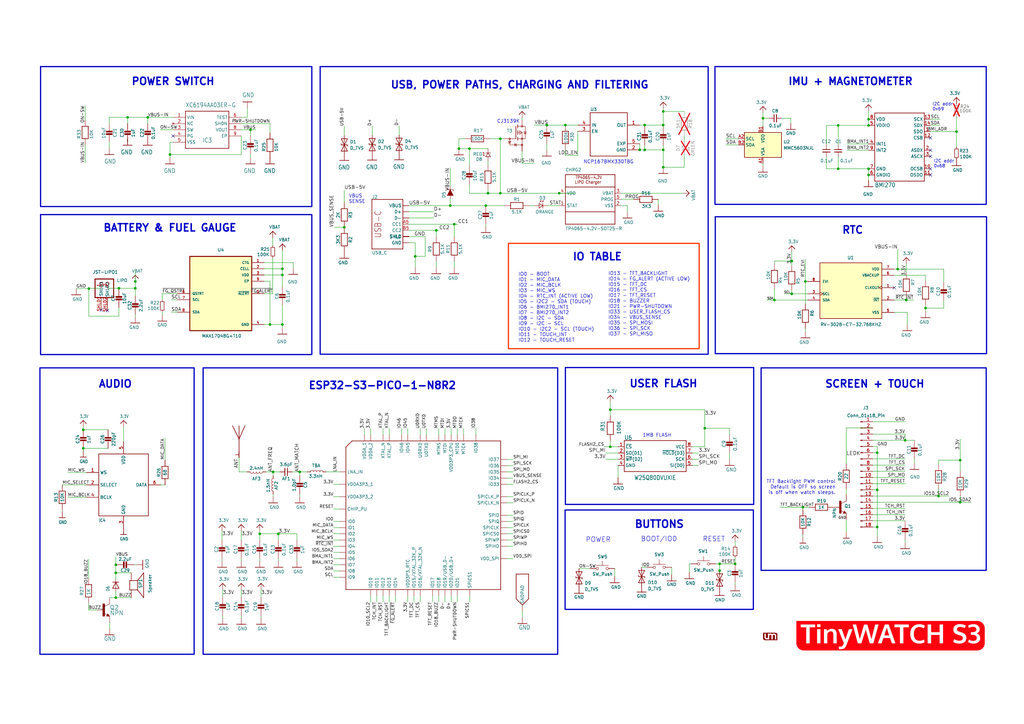
<source format=kicad_sch>
(kicad_sch (version 20230121) (generator eeschema)
  (paper "A3")
  (title_block (title "TinyWATCH S3") (date "2023-12-14") (rev "P4") (company "Unexpected Maker"))
  (junction (at 359.791 200.914))
  (junction (at 192.532 60.96))
  (junction (at 371.729 123.063))
  (junction (at 371.221 180.594))
  (junction (at 114.173 218.948))
  (junction (at 47.498 231.648))
  (junction (at 343.789 69.215))
  (junction (at 317.627 123.063))
  (junction (at 379.603 126.365))
  (junction (at 184.6624 84.328))
  (junction (at 122.936 193.548))
  (junction (at 392.303 53.975))
  (junction (at 264.414 61.468))
  (junction (at 224.282 51.308))
  (junction (at 205.232 56.896))
  (junction (at 301.498 231.267))
  (junction (at 34.163 176.276))
  (junction (at 36.449 118.364))
  (junction (at 324.739 120.523))
  (junction (at 115.824 110.236))
  (junction (at 295.148 234.061))
  (junction (at 52.324 48.133))
  (junction (at 356.235 51.435))
  (junction (at 384.937 203.454))
  (junction (at 186.309 91.948))
  (junction (at 264.414 51.308))
  (junction (at 250.317 168.021))
  (junction (at 289.052 175.641))
  (junction (at 359.791 216.154))
  (junction (at 112.014 193.548))
  (junction (at 231.902 51.308))
  (junction (at 272.034 45.72))
  (junction (at 356.235 71.755))
  (junction (at 272.034 68.58))
  (junction (at 272.034 61.468))
  (junction (at 170.307 105.156))
  (junction (at 312.928 48.514))
  (junction (at 55.499 115.443))
  (junction (at 55.499 118.237))
  (junction (at 393.827 205.994))
  (junction (at 188.214 60.96))
  (junction (at 141.224 93.218))
  (junction (at 359.791 185.674))
  (junction (at 110.744 133.096))
  (junction (at 324.739 107.061))
  (junction (at 48.768 118.237))
  (junction (at 250.317 183.261))
  (junction (at 205.232 79.248))
  (junction (at 47.498 234.95))
  (junction (at 262.382 61.468))
  (junction (at 115.824 133.096))
  (junction (at 330.327 115.443))
  (junction (at 34.163 183.896))
  (junction (at 356.235 69.215))
  (junction (at 329.311 208.026))
  (junction (at 368.173 110.363))
  (junction (at 356.235 48.895))
  (junction (at 47.498 245.11))
  (junction (at 229.362 79.248))
  (junction (at 199.263 84.328))
  (junction (at 295.148 231.267))
  (junction (at 115.824 112.776))
  (junction (at 200.152 79.248))
  (junction (at 178.943 94.488))
  (junction (at 272.034 51.308))
  (junction (at 102.739 53.233))
  (junction (at 69.719 63.393))
  (junction (at 343.789 51.435))
  (junction (at 106.553 218.948))
  (junction (at 393.827 188.722))
  (junction (at 60.579 48.133))
  (no_connect (at 366.776 117.983))
  (no_connect (at 381.635 69.215))
  (no_connect (at 44.069 127.381))
  (no_connect (at 381.635 61.595))
  (no_connect (at 381.635 71.755))
  (no_connect (at 41.529 127.127))
  (no_connect (at 381.635 64.135))
  (no_connect (at 70.989 55.773))
  (no_connect (at 381.635 56.515))
  (wire (pts (xy 55.118 231.648) (xy 56.007 231.648)))
  (wire (pts (xy 60.579 50.673) (xy 60.579 48.133)))
  (wire (pts (xy 172.339 178.308) (xy 172.339 175.768)))
  (wire (pts (xy 270.002 81.788) (xy 270.002 84.074)))
  (wire (pts (xy 200.914 56.896) (xy 205.232 56.896)))
  (wire (pts (xy 139.319 213.868) (xy 136.779 213.868)))
  (wire (pts (xy 44.831 50.673) (xy 44.831 48.133)))
  (wire (pts (xy 254.762 81.788) (xy 259.842 81.788)))
  (wire (pts (xy 356.235 59.055) (xy 347.345 59.055)))
  (wire (pts (xy 184.658 68.834) (xy 184.658 76.454)))
  (wire (pts (xy 152.654 55.499) (xy 152.654 51.689)))
  (wire (pts (xy 188.214 56.896) (xy 188.214 60.96)))
  (wire (pts (xy 190.119 178.308) (xy 190.119 175.768)))
  (wire (pts (xy 115.824 117.602) (xy 115.824 112.776)))
  (wire (pts (xy 98.933 241.808) (xy 98.933 244.856)))
  (wire (pts (xy 98.929 63.393) (xy 69.719 63.393)))
  (wire (pts (xy 231.902 51.308) (xy 236.982 51.308)))
  (wire (pts (xy 139.319 216.408) (xy 136.779 216.408)))
  (wire (pts (xy 384.937 188.722) (xy 393.827 188.722)))
  (wire (pts (xy 371.729 123.063) (xy 374.65 123.063)))
  (wire (pts (xy 167.259 178.308) (xy 167.259 175.768)))
  (wire (pts (xy 368.173 102.362) (xy 368.173 110.363)))
  (wire (pts (xy 207.899 213.868) (xy 210.439 213.868)))
  (wire (pts (xy 192.532 60.96) (xy 200.152 60.96)))
  (wire (pts (xy 47.498 228.346) (xy 47.498 231.648)))
  (wire (pts (xy 53.848 234.95) (xy 47.498 234.95)))
  (wire (pts (xy 98.933 252.476) (xy 98.933 253.492)))
  (wire (pts (xy 219.202 51.308) (xy 224.282 51.308)))
  (wire (pts (xy 254.762 79.248) (xy 280.162 79.248)))
  (wire (pts (xy 55.499 118.237) (xy 55.499 121.412)))
  (wire (pts (xy 60.579 58.293) (xy 60.579 57.023)))
  (wire (pts (xy 36.322 229.362) (xy 36.322 237.236)))
  (wire (pts (xy 295.148 231.267) (xy 295.148 234.061)))
  (wire (pts (xy 139.319 231.648) (xy 136.779 231.648)))
  (wire (pts (xy 192.532 68.072) (xy 192.532 60.96)))
  (wire (pts (xy 317.627 107.061) (xy 324.739 107.061)))
  (wire (pts (xy 157.099 178.308) (xy 157.099 175.768)))
  (wire (pts (xy 48.768 118.237) (xy 55.499 118.237)))
  (wire (pts (xy 44.831 58.293) (xy 44.831 60.833)))
  (wire (pts (xy 358.013 205.994) (xy 393.827 205.994)))
  (wire (pts (xy 299.212 185.801) (xy 299.212 188.341)))
  (wire (pts (xy 214.122 67.056) (xy 214.122 61.976)))
  (wire (pts (xy 224.282 58.928) (xy 224.282 61.468)))
  (wire (pts (xy 366.776 110.363) (xy 368.173 110.363)))
  (wire (pts (xy 185.039 178.308) (xy 185.039 175.768)))
  (wire (pts (xy 384.937 200.66) (xy 384.937 203.454)))
  (wire (pts (xy 174.371 105.156) (xy 170.307 105.156)))
  (wire (pts (xy 289.052 175.641) (xy 289.052 183.261)))
  (wire (pts (xy 207.899 196.088) (xy 210.439 196.088)))
  (wire (pts (xy 366.776 123.063) (xy 371.729 123.063)))
  (wire (pts (xy 393.827 203.454) (xy 393.827 205.994)))
  (wire (pts (xy 356.235 71.755) (xy 356.235 74.041)))
  (wire (pts (xy 115.824 125.222) (xy 115.824 133.096)))
  (wire (pts (xy 372.11 128.143) (xy 372.11 133.096)))
  (wire (pts (xy 34.925 43.307) (xy 34.925 49.276)))
  (wire (pts (xy 107.061 252.603) (xy 107.061 253.492)))
  (wire (pts (xy 263.144 232.664) (xy 265.303 232.664)))
  (wire (pts (xy 44.323 176.276) (xy 34.163 176.276)))
  (wire (pts (xy 262.382 58.928) (xy 262.382 61.468)))
  (wire (pts (xy 139.319 234.188) (xy 136.779 234.188)))
  (wire (pts (xy 66.548 120.396) (xy 66.548 122.936)))
  (wire (pts (xy 72.771 120.396) (xy 66.548 120.396)))
  (wire (pts (xy 172.339 244.348) (xy 172.339 246.888)))
  (wire (pts (xy 347.091 200.406) (xy 347.091 202.946)))
  (wire (pts (xy 280.67 63.246) (xy 280.67 68.58)))
  (wire (pts (xy 167.259 244.348) (xy 167.259 246.888)))
  (wire (pts (xy 170.307 99.568) (xy 170.307 105.156)))
  (wire (pts (xy 187.579 244.348) (xy 187.579 246.888)))
  (wire (pts (xy 164.719 178.308) (xy 164.719 175.768)))
  (wire (pts (xy 299.212 175.641) (xy 289.052 175.641)))
  (wire (pts (xy 264.414 51.308) (xy 264.414 52.07)))
  (wire (pts (xy 52.324 58.293) (xy 52.324 57.023)))
  (wire (pts (xy 347.091 213.106) (xy 347.091 218.186)))
  (wire (pts (xy 139.319 208.788) (xy 136.779 208.788)))
  (wire (pts (xy 112.014 202.692) (xy 112.014 203.708)))
  (wire (pts (xy 207.899 188.468) (xy 210.439 188.468)))
  (wire (pts (xy 368.173 110.363) (xy 387.096 110.363)))
  (wire (pts (xy 108.966 193.548) (xy 112.014 193.548)))
  (wire (pts (xy 122.936 202.692) (xy 122.936 203.708)))
  (wire (pts (xy 60.579 48.133) (xy 70.989 48.153)))
  (wire (pts (xy 35.433 198.882) (xy 25.527 198.882)))
  (wire (pts (xy 257.302 84.328) (xy 257.302 86.868)))
  (wire (pts (xy 324.358 50.546) (xy 324.358 48.514)))
  (wire (pts (xy 293.624 231.267) (xy 295.148 231.267)))
  (wire (pts (xy 248.412 185.801) (xy 253.492 185.801)))
  (wire (pts (xy 102.739 63.393) (xy 102.739 64.663)))
  (wire (pts (xy 36.449 118.237) (xy 41.529 118.237)))
  (wire (pts (xy 111.887 105.791) (xy 111.887 120.396)))
  (wire (pts (xy 72.771 128.016) (xy 70.231 128.016)))
  (wire (pts (xy 139.319 236.728) (xy 136.779 236.728)))
  (wire (pts (xy 356.235 69.215) (xy 356.235 71.755)))
  (wire (pts (xy 217.043 84.328) (xy 219.329 84.328)))
  (wire (pts (xy 186.309 97.028) (xy 186.309 91.948)))
  (wire (pts (xy 184.6624 82.55) (xy 184.658 82.55)))
  (wire (pts (xy 121.793 229.108) (xy 121.793 230.124)))
  (wire (pts (xy 108.331 115.316) (xy 110.744 115.316)))
  (wire (pts (xy 379.603 125.222) (xy 379.603 126.365)))
  (wire (pts (xy 47.498 242.57) (xy 47.498 245.11)))
  (wire (pts (xy 205.232 56.896) (xy 205.232 79.248)))
  (wire (pts (xy 358.013 195.834) (xy 371.221 195.834)))
  (wire (pts (xy 375.031 180.594) (xy 371.221 180.594)))
  (wire (pts (xy 324.739 120.523) (xy 331.216 120.523)))
  (wire (pts (xy 262.382 61.468) (xy 264.414 61.468)))
  (wire (pts (xy 106.553 221.488) (xy 106.553 218.948)))
  (wire (pts (xy 207.899 206.248) (xy 210.439 206.248)))
  (wire (pts (xy 207.899 211.328) (xy 210.439 211.328)))
  (wire (pts (xy 91.313 244.856) (xy 91.313 241.808)))
  (wire (pts (xy 393.827 188.722) (xy 393.827 180.086)))
  (wire (pts (xy 272.034 45.72) (xy 272.034 51.308)))
  (wire (pts (xy 108.331 112.776) (xy 115.824 112.776)))
  (wire (pts (xy 329.311 209.042) (xy 329.311 208.026)))
  (wire (pts (xy 48.768 126.111) (xy 48.768 129.667)))
  (wire (pts (xy 358.013 180.594) (xy 371.221 180.594)))
  (wire (pts (xy 272.034 61.468) (xy 272.034 68.58)))
  (wire (pts (xy 356.235 48.895) (xy 356.235 51.435)))
  (polyline (pts (xy 392.176 -19.558) (xy 344.043 -19.558)))
  (wire (pts (xy 69.719 58.313) (xy 69.719 63.393)))
  (wire (pts (xy 34.925 66.802) (xy 34.925 59.436)))
  (wire (pts (xy 235.712 79.248) (xy 229.362 79.248)))
  (wire (pts (xy 199.263 91.948) (xy 199.263 92.837)))
  (wire (pts (xy 393.827 205.994) (xy 398.399 205.994)))
  (wire (pts (xy 102.739 53.233) (xy 104.898 53.233)))
  (wire (pts (xy 184.6624 84.328) (xy 199.263 84.328)))
  (wire (pts (xy 34.163 183.896) (xy 34.163 184.912)))
  (wire (pts (xy 358.013 190.754) (xy 371.221 190.754)))
  (wire (pts (xy 98.929 53.233) (xy 102.739 53.233)))
  (wire (pts (xy 200.152 79.248) (xy 205.232 79.248)))
  (wire (pts (xy 115.824 110.236) (xy 108.331 110.236)))
  (wire (pts (xy 356.235 51.435) (xy 343.789 51.435)))
  (wire (pts (xy 324.739 103.378) (xy 324.739 107.061)))
  (wire (pts (xy 114.173 221.488) (xy 114.173 218.948)))
  (wire (pts (xy 174.879 178.308) (xy 174.879 175.768)))
  (wire (pts (xy 187.579 178.308) (xy 187.579 175.768)))
  (wire (pts (xy 236.982 53.848) (xy 236.982 63.754)))
  (wire (pts (xy 66.548 129.159) (xy 66.548 128.016)))
  (wire (pts (xy 205.232 56.896) (xy 206.502 56.896)))
  (wire (pts (xy 163.703 55.372) (xy 163.703 51.562)))
  (wire (pts (xy 178.943 94.488) (xy 180.086 94.488)))
  (wire (pts (xy 329.311 220.218) (xy 329.311 219.202)))
  (wire (pts (xy 154.559 244.348) (xy 154.559 246.888)))
  (wire (pts (xy 264.414 61.468) (xy 272.034 61.468)))
  (wire (pts (xy 272.034 59.69) (xy 272.034 61.468)))
  (wire (pts (xy 331.851 208.026) (xy 329.311 208.026)))
  (wire (pts (xy 162.179 244.348) (xy 162.179 246.888)))
  (wire (pts (xy 36.449 118.364) (xy 36.449 118.237)))
  (wire (pts (xy 141.224 83.058) (xy 141.224 77.978)))
  (wire (pts (xy 295.148 235.458) (xy 295.148 234.061)))
  (wire (pts (xy 112.014 195.072) (xy 112.014 193.548)))
  (wire (pts (xy 55.499 115.443) (xy 55.499 118.237)))
  (wire (pts (xy 184.6624 82.55) (xy 184.6624 84.328)))
  (wire (pts (xy 185.039 244.348) (xy 185.039 246.888)))
  (wire (pts (xy 182.499 178.308) (xy 182.499 175.768)))
  (wire (pts (xy 108.331 133.096) (xy 110.744 133.096)))
  (wire (pts (xy 214.249 250.698) (xy 214.249 253.238)))
  (wire (pts (xy 98.044 193.548) (xy 101.346 193.548)))
  (wire (pts (xy 330.327 115.443) (xy 330.327 124.587)))
  (polyline (pts (xy 420.624 33.274) (xy 420.624 -7.112)))
  (wire (pts (xy 302.768 56.896) (xy 297.688 56.896)))
  (wire (pts (xy 186.309 109.728) (xy 186.309 107.188)))
  (wire (pts (xy 48.768 118.237) (xy 44.069 118.237)))
  (wire (pts (xy 358.013 216.154) (xy 359.791 216.154)))
  (wire (pts (xy 214.122 49.276) (xy 214.122 48.26)))
  (wire (pts (xy 47.498 234.95) (xy 47.498 237.49)))
  (wire (pts (xy 141.224 93.218) (xy 137.16 93.218)))
  (wire (pts (xy 139.319 198.628) (xy 136.779 198.628)))
  (wire (pts (xy 35.433 193.802) (xy 27.813 193.802)))
  (wire (pts (xy 359.791 185.674) (xy 359.791 200.914)))
  (wire (pts (xy 312.928 48.514) (xy 312.928 51.816)))
  (wire (pts (xy 199.263 84.328) (xy 206.883 84.328)))
  (wire (pts (xy 200.152 77.724) (xy 200.152 79.248)))
  (wire (pts (xy 177.419 244.348) (xy 177.419 246.888)))
  (wire (pts (xy 371.729 122.047) (xy 371.729 123.063)))
  (wire (pts (xy 121.793 221.488) (xy 121.793 218.948)))
  (wire (pts (xy 384.937 190.5) (xy 384.937 188.722)))
  (wire (pts (xy 174.371 97.028) (xy 174.371 105.156)))
  (wire (pts (xy 324.739 107.061) (xy 324.739 108.839)))
  (wire (pts (xy 280.67 55.88) (xy 280.67 58.166)))
  (wire (pts (xy 47.498 245.11) (xy 53.848 245.11)))
  (wire (pts (xy 207.899 198.628) (xy 210.439 198.628)))
  (wire (pts (xy 36.449 129.667) (xy 48.768 129.667)))
  (wire (pts (xy 358.013 178.054) (xy 371.221 178.054)))
  (wire (pts (xy 170.307 105.156) (xy 170.307 109.728)))
  (wire (pts (xy 280.67 68.58) (xy 272.034 68.58)))
  (wire (pts (xy 91.059 217.678) (xy 91.059 221.488)))
  (wire (pts (xy 139.319 224.028) (xy 136.779 224.028)))
  (wire (pts (xy 106.553 218.948) (xy 106.553 217.678)))
  (wire (pts (xy 139.319 229.108) (xy 136.779 229.108)))
  (wire (pts (xy 102.739 55.773) (xy 102.739 53.233)))
  (wire (pts (xy 381.635 53.975) (xy 392.303 53.975)))
  (wire (pts (xy 330.327 106.299) (xy 330.327 115.443)))
  (wire (pts (xy 312.928 46.228) (xy 312.928 48.514)))
  (wire (pts (xy 72.771 122.936) (xy 70.231 122.936)))
  (wire (pts (xy 122.936 195.072) (xy 122.936 193.548)))
  (wire (pts (xy 115.824 133.096) (xy 115.824 134.493)))
  (wire (pts (xy 167.767 94.488) (xy 178.943 94.488)))
  (wire (pts (xy 250.317 168.021) (xy 250.317 170.561)))
  (wire (pts (xy 343.789 69.215) (xy 343.789 64.389)))
  (wire (pts (xy 282.702 234.823) (xy 282.702 231.267)))
  (wire (pts (xy 178.943 109.728) (xy 178.943 107.188)))
  (wire (pts (xy 314.579 123.063) (xy 317.627 123.063)))
  (wire (pts (xy 331.216 123.063) (xy 317.627 123.063)))
  (wire (pts (xy 252.095 236.474) (xy 252.095 233.172)))
  (wire (pts (xy 330.327 115.443) (xy 331.216 115.443)))
  (wire (pts (xy 182.499 244.348) (xy 182.499 246.888)))
  (wire (pts (xy 192.659 244.348) (xy 192.659 246.888)))
  (wire (pts (xy 141.224 55.626) (xy 141.224 51.816)))
  (wire (pts (xy 280.67 45.72) (xy 272.034 45.72)))
  (wire (pts (xy 110.744 133.096) (xy 115.824 133.096)))
  (wire (pts (xy 347.091 175.514) (xy 358.013 175.514)))
  (wire (pts (xy 44.958 255.27) (xy 44.958 257.81)))
  (wire (pts (xy 301.498 221.996) (xy 301.498 223.647)))
  (wire (pts (xy 338.963 64.389) (xy 338.963 69.215)))
  (wire (pts (xy 119.888 193.548) (xy 122.936 193.548)))
  (wire (pts (xy 159.639 178.308) (xy 159.639 175.768)))
  (wire (pts (xy 312.928 68.072) (xy 312.928 67.056)))
  (wire (pts (xy 167.767 99.568) (xy 170.307 99.568)))
  (wire (pts (xy 264.414 51.308) (xy 272.034 51.308)))
  (wire (pts (xy 231.902 63.754) (xy 236.982 63.754)))
  (wire (pts (xy 169.799 244.348) (xy 169.799 246.888)))
  (wire (pts (xy 98.929 55.773) (xy 98.929 63.393)))
  (wire (pts (xy 36.322 247.396) (xy 36.322 250.19)))
  (wire (pts (xy 36.322 250.19) (xy 39.878 250.19)))
  (wire (pts (xy 253.492 188.341) (xy 248.412 188.341)))
  (wire (pts (xy 139.319 226.568) (xy 136.779 226.568)))
  (wire (pts (xy 366.776 112.903) (xy 379.603 112.903)))
  (wire (pts (xy 110.744 115.316) (xy 110.744 133.096)))
  (wire (pts (xy 108.331 107.696) (xy 120.269 107.696)))
  (wire (pts (xy 133.731 193.548) (xy 139.319 193.548)))
  (wire (pts (xy 67.691 198.882) (xy 65.913 198.882)))
  (wire (pts (xy 387.096 115.697) (xy 387.096 110.363)))
  (wire (pts (xy 152.019 244.348) (xy 152.019 246.888)))
  (wire (pts (xy 371.221 180.594) (xy 371.221 178.054)))
  (wire (pts (xy 338.963 51.435) (xy 343.789 51.435)))
  (wire (pts (xy 25.527 209.042) (xy 25.527 209.804)))
  (wire (pts (xy 282.702 231.267) (xy 283.464 231.267)))
  (wire (pts (xy 375.031 189.992) (xy 375.031 188.214)))
  (wire (pts (xy 359.791 183.134) (xy 359.791 185.674)))
  (wire (pts (xy 317.627 118.491) (xy 317.627 123.063)))
  (wire (pts (xy 149.479 178.308) (xy 149.479 175.768)))
  (wire (pts (xy 301.498 228.727) (xy 301.498 231.267)))
  (wire (pts (xy 319.913 208.026) (xy 329.311 208.026)))
  (wire (pts (xy 321.564 120.523) (xy 324.739 120.523)))
  (wire (pts (xy 253.492 190.881) (xy 253.492 195.961)))
  (wire (pts (xy 91.313 252.476) (xy 91.313 253.492)))
  (wire (pts (xy 250.317 164.719) (xy 250.317 168.021)))
  (wire (pts (xy 110.74 54.503) (xy 110.74 50.693)))
  (wire (pts (xy 359.791 200.914) (xy 359.791 216.154)))
  (wire (pts (xy 356.235 69.215) (xy 343.789 69.215)))
  (wire (pts (xy 366.776 128.143) (xy 372.11 128.143)))
  (wire (pts (xy 283.972 190.881) (xy 286.512 190.881)))
  (wire (pts (xy 324.739 118.999) (xy 324.739 120.523)))
  (wire (pts (xy 69.719 58.313) (xy 70.989 58.313)))
  (wire (pts (xy 250.317 183.261) (xy 247.777 183.261)))
  (wire (pts (xy 48.768 118.491) (xy 48.768 118.237)))
  (wire (pts (xy 114.173 229.108) (xy 114.173 230.124)))
  (wire (pts (xy 91.059 229.108) (xy 91.059 230.124)))
  (wire (pts (xy 289.052 168.021) (xy 289.052 175.641)))
  (wire (pts (xy 358.013 183.134) (xy 359.791 183.134)))
  (wire (pts (xy 358.013 213.614) (xy 371.221 213.614)))
  (wire (pts (xy 264.414 59.69) (xy 264.414 61.468)))
  (wire (pts (xy 207.899 224.028) (xy 210.439 224.028)))
  (wire (pts (xy 207.899 203.708) (xy 210.439 203.708)))
  (wire (pts (xy 184.658 82.55) (xy 184.658 81.534)))
  (wire (pts (xy 205.232 79.248) (xy 229.362 79.248)))
  (wire (pts (xy 250.317 183.261) (xy 253.492 183.261)))
  (wire (pts (xy 139.319 203.708) (xy 136.779 203.708)))
  (wire (pts (xy 358.013 188.214) (xy 371.221 188.214)))
  (wire (pts (xy 167.767 86.868) (xy 177.927 86.868)))
  (wire (pts (xy 224.282 51.308) (xy 231.902 51.308)))
  (wire (pts (xy 139.319 221.488) (xy 136.779 221.488)))
  (wire (pts (xy 98.929 48.153) (xy 101.469 48.153)))
  (wire (pts (xy 122.936 193.548) (xy 126.111 193.548)))
  (wire (pts (xy 101.469 48.153) (xy 101.469 44.343)))
  (wire (pts (xy 115.824 112.776) (xy 115.824 110.236)))
  (wire (pts (xy 356.235 45.466) (xy 356.235 48.895)))
  (wire (pts (xy 52.324 48.133) (xy 60.579 48.133)))
  (wire (pts (xy 98.044 187.706) (xy 98.044 193.548)))
  (wire (pts (xy 207.899 218.948) (xy 210.439 218.948)))
  (wire (pts (xy 315.468 48.514) (xy 312.928 48.514)))
  (wire (pts (xy 65.659 53.213) (xy 70.989 53.233)))
  (wire (pts (xy 359.791 216.154) (xy 359.791 219.964)))
  (wire (pts (xy 98.933 229.108) (xy 98.933 230.124)))
  (wire (pts (xy 272.034 44.45) (xy 272.034 45.72)))
  (wire (pts (xy 392.303 53.975) (xy 392.303 60.325)))
  (wire (pts (xy 254.762 84.328) (xy 257.302 84.328)))
  (wire (pts (xy 392.303 47.625) (xy 392.303 53.975)))
  (wire (pts (xy 302.768 59.436) (xy 297.688 59.436)))
  (wire (pts (xy 36.449 129.667) (xy 36.449 118.364)))
  (wire (pts (xy 167.767 97.028) (xy 174.371 97.028)))
  (wire (pts (xy 47.498 231.648) (xy 47.498 234.95)))
  (wire (pts (xy 379.603 115.062) (xy 379.603 112.903)))
  (wire (pts (xy 98.929 50.693) (xy 110.74 50.693)))
  (wire (pts (xy 283.972 188.341) (xy 286.512 188.341)))
  (wire (pts (xy 207.899 193.548) (xy 210.439 193.548)))
  (wire (pts (xy 159.639 244.348) (xy 159.639 246.888)))
  (wire (pts (xy 387.096 126.365) (xy 379.603 126.365)))
  (wire (pts (xy 356.235 61.595) (xy 347.345 61.595)))
  (wire (pts (xy 384.937 203.454) (xy 389.255 203.454)))
  (wire (pts (xy 237.49 233.172) (xy 241.935 233.172)))
  (wire (pts (xy 152.019 178.308) (xy 152.019 175.768)))
  (wire (pts (xy 139.319 218.948) (xy 136.779 218.948)))
  (wire (pts (xy 186.309 91.948) (xy 187.833 91.948)))
  (wire (pts (xy 55.499 129.032) (xy 55.499 129.921)))
  (wire (pts (xy 55.499 110.998) (xy 55.499 115.443)))
  (wire (pts (xy 379.603 126.365) (xy 379.603 127.762)))
  (wire (pts (xy 338.963 69.215) (xy 343.789 69.215)))
  (wire (pts (xy 385.445 51.435) (xy 381.635 51.435)))
  (wire (pts (xy 200.152 67.564) (xy 200.152 66.04)))
  (wire (pts (xy 31.242 118.364) (xy 36.449 118.364)))
  (wire (pts (xy 371.221 221.234) (xy 371.221 222.504)))
  (wire (pts (xy 44.831 48.133) (xy 52.324 48.133)))
  (wire (pts (xy 188.214 60.96) (xy 192.532 60.96)))
  (wire (pts (xy 192.532 75.692) (xy 192.532 79.248)))
  (wire (pts (xy 207.899 216.408) (xy 210.439 216.408)))
  (wire (pts (xy 338.963 59.309) (xy 338.963 51.435)))
  (wire (pts (xy 115.824 102.616) (xy 115.824 110.236)))
  (wire (pts (xy 192.532 79.248) (xy 200.152 79.248)))
  (wire (pts (xy 106.553 229.108) (xy 106.553 230.124)))
  (wire (pts (xy 47.498 245.11) (xy 44.958 245.11)))
  (wire (pts (xy 358.013 198.374) (xy 371.221 198.374)))
  (wire (pts (xy 358.013 172.974) (xy 371.221 172.974)))
  (wire (pts (xy 385.445 48.895) (xy 381.635 48.895)))
  (wire (pts (xy 120.269 107.696) (xy 120.269 109.982)))
  (wire (pts (xy 179.959 178.308) (xy 179.959 175.768)))
  (wire (pts (xy 207.899 191.008) (xy 210.439 191.008)))
  (wire (pts (xy 250.317 168.021) (xy 289.052 168.021)))
  (wire (pts (xy 330.327 134.747) (xy 330.327 136.017)))
  (wire (pts (xy 347.091 175.514) (xy 347.091 190.246)))
  (wire (pts (xy 295.148 231.267) (xy 301.498 231.267)))
  (wire (pts (xy 301.498 238.887) (xy 301.498 239.776)))
  (wire (pts (xy 67.691 188.722) (xy 67.691 179.832)))
  (wire (pts (xy 358.013 211.074) (xy 371.221 211.074)))
  (wire (pts (xy 283.972 185.801) (xy 286.512 185.801)))
  (wire (pts (xy 224.409 84.328) (xy 229.362 84.328)))
  (wire (pts (xy 98.933 217.678) (xy 98.933 221.488)))
  (wire (pts (xy 358.013 200.914) (xy 359.791 200.914)))
  (wire (pts (xy 167.767 89.408) (xy 177.927 89.408)))
  (wire (pts (xy 107.061 241.808) (xy 107.061 244.983)))
  (wire (pts (xy 112.014 193.548) (xy 114.808 193.548)))
  (wire (pts (xy 188.214 56.896) (xy 190.754 56.896)))
  (wire (pts (xy 111.887 120.396) (xy 108.331 120.396)))
  (wire (pts (xy 179.959 244.348) (xy 179.959 246.888)))
  (wire (pts (xy 250.317 180.721) (xy 250.317 183.261)))
  (wire (pts (xy 358.013 203.454) (xy 384.937 203.454)))
  (wire (pts (xy 114.173 218.948) (xy 106.553 218.948)))
  (wire (pts (xy 34.163 175.006) (xy 34.163 176.276)))
  (wire (pts (xy 272.034 52.07) (xy 272.034 51.308)))
  (wire (pts (xy 393.827 193.294) (xy 393.827 188.722)))
  (wire (pts (xy 207.899 229.108) (xy 210.439 229.108)))
  (wire (pts (xy 114.173 218.948) (xy 121.793 218.948)))
  (wire (pts (xy 27.813 203.962) (xy 35.433 203.962)))
  (wire (pts (xy 358.013 208.534) (xy 371.221 208.534)))
  (wire (pts (xy 157.099 244.348) (xy 157.099 246.888)))
  (wire (pts (xy 275.463 235.712) (xy 275.463 232.664)))
  (wire (pts (xy 214.122 67.056) (xy 219.202 67.056)))
  (wire (pts (xy 52.324 50.673) (xy 52.324 48.133)))
  (wire (pts (xy 34.163 183.896) (xy 44.323 183.896)))
  (wire (pts (xy 50.673 175.006) (xy 50.673 181.102)))
  (wire (pts (xy 387.096 123.317) (xy 387.096 126.365)))
  (wire (pts (xy 299.212 178.181) (xy 299.212 175.641)))
  (wire (pts (xy 207.899 221.488) (xy 210.439 221.488)))
  (wire (pts (xy 371.729 108.204) (xy 371.729 111.887)))
  (wire (pts (xy 262.382 51.308) (xy 264.414 51.308)))
  (wire (pts (xy 317.627 108.331) (xy 317.627 107.061)))
  (wire (pts (xy 111.887 97.409) (xy 111.887 100.711)))
  (wire (pts (xy 167.767 84.328) (xy 184.6624 84.328)))
  (wire (pts (xy 69.719 63.393) (xy 69.719 64.663)))
  (wire (pts (xy 167.767 91.948) (xy 186.309 91.948)))
  (wire (pts (xy 195.199 178.308) (xy 195.199 175.768)))
  (wire (pts (xy 178.943 94.488) (xy 178.943 97.028)))
  (wire (pts (xy 283.972 183.261) (xy 289.052 183.261)))
  (wire (pts (xy 324.358 48.514) (xy 320.548 48.514)))
  (wire (pts (xy 231.902 63.754) (xy 231.902 61.468)))
  (wire (pts (xy 358.013 185.674) (xy 359.791 185.674)))
  (wire (pts (xy 358.013 193.294) (xy 371.221 193.294)))
  (wire (pts (xy 343.789 51.435) (xy 343.789 59.309)))
  (rectangle (start 293.37 88.9) (end 404.622 145.034) (stroke (width 0.5)))
  (rectangle (start 83.312 150.876) (end 228.727 268.351) (stroke (width 0.5)))
  (rectangle (start 16.637 27.305) (end 127.889 84.709) (stroke (width 0.5)))
  (rectangle (start 231.902 150.749) (end 309.118 206.883) (stroke (width 0.5)))
  (rectangle (start 231.775 209.169) (end 308.991 249.936) (stroke (width 0.5)))
  (rectangle (start 131.318 27.305) (end 290.449 145.288) (stroke (width 0.5)))
  (rectangle (start 293.243 27.305) (end 404.495 83.82) (stroke (width 0.5)))
  (rectangle (start 312.166 150.876) (end 404.495 233.934) (stroke (width 0.5)))
  (rectangle (start 16.383 150.876) (end 79.629 268.351) (stroke (width 0.5)))
  (rectangle (start 16.637 88.011) (end 127.889 145.415) (stroke (width 0.5)))
  (rectangle (start 208.534 99.822) (end 286.766 143.002) (stroke (width 0.5) (color 255 58 0 1)))
  (image (at 365.252 260.731) (scale 0.572217))
  (text "IO0 - BOOT\nIO1 - MIC_DATA\nIO2 - MIC_BCLK\nIO3 - MIC_WS\nIO4 - RTC_INT (ACTIVE LOW)\nIO5 - I2C2 - SDA (TOUCH)\nIO6 - BMI270_INT1\nIO7 - BMI270_INT2\nIO8 - I2C - SDA\nIO9 - I2C - SCL\nIO10 - I2C2 - SCL (TOUCH)\nIO11 - TOUCH_INT\nIO12 - TOUCH_RESET\n" (at 212.598 140.462 0) (effects (font (size 1.4 1.4)) (justify left bottom)))
  (text "BATTERY & FUEL GAUGE" (at 42.164 95.377 0) (effects (font (size 3 3) (thickness 0.6) bold) (justify left bottom)))
  (text "1MB FLASH" (at 263.525 179.451 0) (effects (font (size 1.4 1.4)) (justify left bottom)))
  (text "NCP167BMX330TBG" (at 239.268 67.31 0) (effects (font (size 1.4 1.4)) (justify left bottom)))
  (text "USB, POWER PATHS, CHARGING AND FILTERING" (at 160.02 36.703 0) (effects (font (size 3 3) (thickness 0.6) bold) (justify left bottom)))
  (text "CJ3139K" (at 203.835 50.673 0) (effects (font (size 1.4 1.4)) (justify left bottom)))
  (text "IO TABLE" (at 234.696 107.188 0) (effects (font (size 3 3) (thickness 0.6) bold) (justify left bottom)))
  (text "AUDIO" (at 40.259 159.385 0) (effects (font (size 3 3) (thickness 0.6) bold) (justify left bottom)))
  (text "IO13 - TFT_BACKLIGHT\nIO14 - FG_ALERT (ACTIVE LOW)\nIO15 - TFT_DC\nIO16 - TFT_CS\nIO17 - TFT_RESET\nIO18 - BUZZER\nIO21 - PWR-SHUTDOWN\nIO33 - USER_FLASH_CS\nIO34 - VBUS_SENSE\nIO35 - SPI_MOSI\nIO36 - SPI_SCK\nIO37 - SPI_MISO" (at 249.428 137.922 0) (effects (font (size 1.4 1.4)) (justify left bottom)))
  (text "IMU + MAGNETOMETER" (at 323.088 35.306 0) (effects (font (size 3 3) (thickness 0.6) bold) (justify left bottom)))
  (text "USER FLASH" (at 257.937 159.258 0) (effects (font (size 3 3) (thickness 0.6) bold) (justify left bottom)))
  (text "VBUS\nSENSE" (at 143.002 83.566 0) (effects (font (size 1.4 1.4)) (justify left bottom)))
  (text "TFT Backlight PWM control\nDefault is OFF so screen\nis off when watch sleeps." (at 342.773 202.946 0) (effects (font (size 1.4 1.4)) (justify right bottom)))
  (text "POWER SWITCH" (at 53.721 35.306 0) (effects (font (size 3 3) (thickness 0.6) bold) (justify left bottom)))
  (text "SCREEN + TOUCH" (at 338.201 159.385 0) (effects (font (size 3 3) (thickness 0.6) bold) (justify left bottom)))
  (text "RESET" (at 297.434 222.377 0) (effects (font (size 2 2)) (justify right bottom)))
  (text "I2C addr\n0x68" (at 382.905 68.961 0) (effects (font (size 1.27 1.27)) (justify left bottom)))
  (text "POWER" (at 250.571 222.631 0) (effects (font (size 2 2)) (justify right bottom)))
  (text "RTC" (at 345.186 96.266 0) (effects (font (size 3 3) (thickness 0.6) bold) (justify left bottom)))
  (text "I2C addr\n0x69" (at 382.397 45.593 0) (effects (font (size 1.27 1.27)) (justify left bottom)))
  (text "BUTTONS" (at 260.096 216.916 0) (effects (font (size 3 3) (thickness 0.6) bold) (justify left bottom)))
  (text "BOOT/IO0" (at 277.749 222.377 0) (effects (font (size 2 2)) (justify right bottom)))
  (text "ESP32-S3-PICO-1-N8R2" (at 126.365 160.02 0) (effects (font (size 3 3) (thickness 0.6) bold) (justify left bottom)))
  (label "VBUS-IN" (at 60.579 48.133 0))
  (label "BMA_INT2" (at 136.779 231.648 180) (effects (font (size 1.2446 1.2446))))
  (label "SDA" (at 70.231 128.016 0) (effects (font (size 1.4 1.4))))
  (label "MIC_BCLK" (at 27.813 203.962 0) (effects (font (size 1.2446 1.2446))))
  (label "USB-5V" (at 207.772 79.248 0) (effects (font (size 1.4 1.4))))
  (label "3.3V" (at 185.039 175.768 90) (effects (font (size 1.2446 1.2446))))
  (label "SDA" (at 314.579 123.063 0) (effects (font (size 0.889 0.889))))
  (label "TFT_DC" (at 169.799 246.888 270) (effects (font (size 1.2446 1.2446))))
  (label "LNA_IN" (at 138.43 193.548 90) (effects (font (size 1.2446 1.2446))))
  (label "MIC_WS" (at 136.779 221.488 180) (effects (font (size 1.2446 1.2446))))
  (label "SDA" (at 297.688 59.436 0) (effects (font (size 1.4 1.4))))
  (label "MIC_BCLK" (at 136.779 218.948 180) (effects (font (size 1.2446 1.2446))))
  (label "SPIWP" (at 210.439 221.488 0) (effects (font (size 1.2446 1.2446))))
  (label "VBUS-IN" (at 219.202 67.056 180) (effects (font (size 1.4 1.4))))
  (label "IO5_SDA2" (at 398.399 205.994 180) (effects (font (size 1.3 1.3))))
  (label "~{FG_ALERT}" (at 162.179 246.888 270) (effects (font (size 1.2446 1.2446))))
  (label "SPI_SCK" (at 210.439 191.008 0) (effects (font (size 1.2446 1.2446))))
  (label "ON-SW" (at 237.49 233.172 0) (effects (font (size 1.2446 1.2446))))
  (label "SPI_SCK" (at 286.512 188.341 0) (effects (font (size 1.4 1.4))))
  (label "3.3V" (at 371.221 213.614 180) (effects (font (size 1.3 1.3))))
  (label "VBUS_SENSE" (at 210.439 196.088 0) (effects (font (size 1.2446 1.2446))))
  (label "TFT_CS" (at 371.221 190.754 180) (effects (font (size 1.3 1.3))))
  (label "SCL" (at 70.231 122.936 0) (effects (font (size 1.4 1.4))))
  (label "TCH_INT" (at 371.221 211.074 180) (effects (font (size 1.3 1.3))))
  (label "3.3V" (at 91.059 219.964 0) (effects (font (size 1.4 1.4))))
  (label "IO46" (at 164.719 175.768 90) (effects (font (size 1.2446 1.2446))))
  (label "RTC_EVI" (at 330.327 106.299 270) (effects (font (size 1.2446 1.2446))))
  (label "USB-5V" (at 141.224 51.816 90) (effects (font (size 1.2446 1.2446))))
  (label "CC2" (at 180.086 94.488 0) (effects (font (size 1.4 1.4))))
  (label "ANT" (at 98.044 192.024 90) (effects (font (size 1.4 1.4))))
  (label "TFT_CS" (at 172.339 246.888 270) (effects (font (size 1.2446 1.2446))))
  (label "D-" (at 163.703 51.562 90) (effects (font (size 1.2446 1.2446))))
  (label "3.3V" (at 371.221 180.594 180) (effects (font (size 1.3 1.3))))
  (label "MTDI" (at 182.499 175.768 90) (effects (font (size 1.2446 1.2446))))
  (label "GND" (at 371.221 172.974 180) (effects (font (size 1.3 1.3))))
  (label "D+" (at 185.039 246.888 270) (effects (font (size 1.2446 1.2446))))
  (label "GND" (at 31.242 118.364 0))
  (label "3.3V" (at 248.412 188.341 180) (effects (font (size 1.4 1.4))))
  (label "3.3V" (at 136.779 203.708 180) (effects (font (size 1.2446 1.2446))))
  (label "SPICLK" (at 210.439 216.408 0) (effects (font (size 1.2446 1.2446))))
  (label "IO18_BUZZ" (at 36.322 229.362 270) (effects (font (size 1.2446 1.2446))))
  (label "SPI_SCK" (at 371.221 193.294 180) (effects (font (size 1.3 1.3))))
  (label "3.3V" (at 98.933 244.094 0) (effects (font (size 1.4 1.4))))
  (label "BMA_INT2" (at 347.345 61.595 0))
  (label "~{RTC_INT}" (at 374.65 123.063 180) (effects (font (size 1.2446 1.2446))))
  (label "3.3V" (at 167.259 246.888 270) (effects (font (size 1.2446 1.2446))))
  (label "FLASH2_CS" (at 247.777 183.261 180) (effects (font (size 1.2446 1.2446))))
  (label "USB-5V" (at 176.403 84.328 180) (effects (font (size 1.4 1.4))))
  (label "SPI_MO" (at 286.512 190.881 0) (effects (font (size 1.4 1.4))))
  (label "TCH_RST" (at 157.099 246.888 270) (effects (font (size 1.2446 1.2446))))
  (label "RESET" (at 136.779 208.788 180) (effects (font (size 1.2446 1.2446))))
  (label "MIC_SELECT" (at 25.527 198.882 0) (effects (font (size 1.2446 1.2446))))
  (label "3.3V" (at 98.933 219.964 0) (effects (font (size 1.4 1.4))))
  (label "3.3V" (at 107.061 244.094 0) (effects (font (size 1.4 1.4))))
  (label "MIC_DATA" (at 136.779 216.408 180) (effects (font (size 1.2446 1.2446))))
  (label "TFT_DC" (at 371.221 188.214 180) (effects (font (size 1.3 1.3))))
  (label "3.3V" (at 371.729 108.712 270) (effects (font (size 1.3 1.3))))
  (label "SCL" (at 385.445 48.895 180))
  (label "IO38" (at 195.199 175.768 90) (effects (font (size 1.2446 1.2446))))
  (label "SPID" (at 210.439 211.328 0) (effects (font (size 1.2446 1.2446))))
  (label "SCL" (at 136.779 236.728 180) (effects (font (size 1.2446 1.2446))))
  (label "VBUS" (at 219.202 51.308 0) (effects (font (size 1.4 1.4))))
  (label "BMI_ADR" (at 388.493 53.975 180))
  (label "3.3V" (at 324.739 103.886 270) (effects (font (size 1.3 1.3))))
  (label "USB-5V" (at 141.224 77.978 0) (effects (font (size 1.4 1.4))))
  (label "~{RTC_INT}" (at 136.779 224.028 180) (effects (font (size 1.2446 1.2446))))
  (label "PWR-SHUTDOWN" (at 110.74 50.693 180) (effects (font (size 1.2446 1.2446))))
  (label "PWR-SHUTDOWN" (at 187.579 246.888 270) (effects (font (size 1.2446 1.2446))))
  (label "MTCK" (at 190.119 175.768 90) (effects (font (size 1.2446 1.2446))))
  (label "D+" (at 152.654 51.689 90) (effects (font (size 1.2446 1.2446))))
  (label "SPI_MO" (at 210.439 193.548 0) (effects (font (size 1.2446 1.2446))))
  (label "D-" (at 182.499 246.888 270) (effects (font (size 1.2446 1.2446))))
  (label "TFT_BACKLIGHT" (at 159.639 246.888 270) (effects (font (size 1.2446 1.2446))))
  (label "ON-SW" (at 65.659 53.213 0))
  (label "D+" (at 177.927 86.868 0) (effects (font (size 1.4 1.4))))
  (label "VBUS-IN" (at 368.173 102.362 180) (effects (font (size 1.4 1.4))))
  (label "LEDK" (at 347.091 187.198 0) (effects (font (size 1.5113 1.5113))))
  (label "3.3V" (at 149.479 175.768 90) (effects (font (size 1.2446 1.2446))))
  (label "MIC_WS" (at 27.813 193.802 0) (effects (font (size 1.2446 1.2446))))
  (label "3.3V" (at 393.827 180.086 270) (effects (font (size 1.3 1.3))))
  (label "TFT_RESET" (at 371.221 198.374 180) (effects (font (size 1.3 1.3))))
  (label "TFT_BACKLIGHT" (at 319.913 208.026 0) (effects (font (size 1.2446 1.2446))))
  (label "RESET" (at 295.783 231.267 0) (effects (font (size 1.2446 1.2446))))
  (label "SPICS1" (at 192.659 246.888 270) (effects (font (size 1.2446 1.2446))))
  (label "D-" (at 177.927 89.408 0) (effects (font (size 1.4 1.4))))
  (label "MTMS" (at 179.959 175.768 90) (effects (font (size 1.2446 1.2446))))
  (label "STAT" (at 225.298 84.328 0) (effects (font (size 1.4 1.4))))
  (label "VDD_SPI" (at 210.439 229.108 0) (effects (font (size 1.2446 1.2446))))
  (label "VBUS" (at 47.498 228.346 0) (effects (font (size 1.2446 1.2446))))
  (label "ON-SW" (at 34.925 43.307 270))
  (label "BMA_INT1" (at 347.345 59.055 0))
  (label "3.3V" (at 371.221 178.054 180) (effects (font (size 1.3 1.3))))
  (label "SPIHD" (at 210.439 224.028 0) (effects (font (size 1.2446 1.2446))))
  (label "~{FG_ALERT}" (at 111.887 120.396 180))
  (label "BUZZ_T" (at 36.322 250.19 0) (effects (font (size 1.2446 1.2446))))
  (label "VBUS_SENSE" (at 137.16 93.218 90) (effects (font (size 1.4 1.4))))
  (label "SPI_MO" (at 371.221 195.834 180) (effects (font (size 1.3 1.3))))
  (label "U0TXD" (at 174.879 175.768 90) (effects (font (size 1.2446 1.2446))))
  (label "MIC_DATA" (at 67.691 179.832 270) (effects (font (size 1.2446 1.2446))))
  (label "LDO_EN" (at 236.982 63.754 180) (effects (font (size 1.4 1.4))))
  (label "3.3V" (at 136.779 198.628 180) (effects (font (size 1.2446 1.2446))))
  (label "ANT_MATCH" (at 122.936 193.548 90) (effects (font (size 1.4 1.4))))
  (label "IO45" (at 167.259 175.768 90) (effects (font (size 1.2446 1.2446))))
  (label "PROG" (at 256.286 81.788 0) (effects (font (size 1.4 1.4))))
  (label "U0RXD" (at 172.339 175.768 90) (effects (font (size 1.2446 1.2446))))
  (label "SCL" (at 321.564 120.523 0) (effects (font (size 0.889 0.889))))
  (label "SPICLK_N" (at 210.439 206.248 0) (effects (font (size 1.2446 1.2446))))
  (label "3.3V" (at 91.313 244.094 0) (effects (font (size 1.4 1.4))))
  (label "FLASH2_CS" (at 210.439 198.628 0) (effects (font (size 1.2446 1.2446))))
  (label "IO5_SDA2" (at 136.779 226.568 180) (effects (font (size 1.2446 1.2446))))
  (label "TFT_RESET" (at 177.419 246.888 270) (effects (font (size 1.2446 1.2446))))
  (label "SPI_MI" (at 210.439 188.468 0) (effects (font (size 1.2446 1.2446))))
  (label "MTDO" (at 187.579 175.768 90) (effects (font (size 1.2446 1.2446))))
  (label "~{FG_QSTRT}" (at 66.548 120.396 0))
  (label "SPIQ" (at 210.439 213.868 0) (effects (font (size 1.2446 1.2446))))
  (label "3.3V" (at 289.052 170.561 0) (effects (font (size 1.4 1.4))))
  (label "3.3V" (at 152.019 175.768 90) (effects (font (size 1.2446 1.2446))))
  (label "SPICLK_P" (at 210.439 203.708 0) (effects (font (size 1.2446 1.2446))))
  (label "XTAL_N" (at 159.639 175.768 90) (effects (font (size 1.2446 1.2446))))
  (label "BMA_INT1" (at 136.779 229.108 180) (effects (font (size 1.2446 1.2446))))
  (label "TCH_INT" (at 154.559 246.888 270) (effects (font (size 1.2446 1.2446))))
  (label "IO18_BUZZ" (at 179.959 246.888 270) (effects (font (size 1.2446 1.2446))))
  (label "IO10_SCL2" (at 389.255 203.454 180) (effects (font (size 1.3 1.3))))
  (label "XTAL_P" (at 157.099 175.768 90) (effects (font (size 1.2446 1.2446))))
  (label "GND" (at 359.791 183.134 0) (effects (font (size 1.3 1.3))))
  (label "CC1" (at 187.833 91.948 0) (effects (font (size 1.4 1.4))))
  (label "IO0" (at 263.144 232.664 0) (effects (font (size 1.2446 1.2446))))
  (label "VBUS-IN" (at 184.658 68.834 270) (effects (font (size 1.4 1.4))))
  (label "3.3V" (at 114.173 218.948 0) (effects (font (size 1.4 1.4))))
  (label "SPICS0" (at 210.439 218.948 0) (effects (font (size 1.2446 1.2446))))
  (label "IO0" (at 136.779 213.868 180) (effects (font (size 1.2446 1.2446))))
  (label "ANT_FREQ" (at 112.014 193.548 90) (effects (font (size 1.4 1.4))))
  (label "SPI_MI" (at 248.412 185.801 180) (effects (font (size 1.4 1.4))))
  (label "SDA" (at 385.445 51.435 180))
  (label "BUZZ" (at 48.768 245.11 0) (effects (font (size 1.2446 1.2446))))
  (label "3.3V" (at 286.512 185.801 0) (effects (font (size 1.4 1.4))))
  (label "GND" (at 174.371 97.028 180) (effects (font (size 1.4 1.4))))
  (label "GND" (at 347.091 213.106 180) (effects (font (size 1.016 1.016))))
  (label "SDA" (at 136.779 234.188 180) (effects (font (size 1.2446 1.2446))))
  (label "SCL" (at 297.688 56.896 0) (effects (font (size 1.4 1.4))))
  (label "IO10_SCL2" (at 152.019 246.888 270) (effects (font (size 1.2446 1.2446))))
  (label "VBUS-IN" (at 34.925 66.802 90))
  (label "VBUS" (at 104.898 53.233 180))
  (label "TCH_RST" (at 371.221 208.534 180) (effects (font (size 1.3 1.3))))
  (symbol (lib_id "Device:D_TVS") (at 163.703 59.182 90) (unit 1)
    (property "Reference" "D4" (at 165.989 57.9119 90) (effects (justify right)))
    (property "Value" "D_TVS" (at 165.989 60.4519 90) (effects (justify right)))
    (property "Footprint" "TinyWATCH_S3:X1-DFN1006-2" (effects hide))
  )
  (symbol (lib_id "TinyS3_P3-eagle-import:CAP_CERAMIC0402_NARROW") (at 91.059 226.568 0) (unit 1)
    (property "Reference" "C2" (at 88.769 225.318 90))
    (property "Value" "1uF" (at 93.359 225.318 90))
    (property "Footprint" "_0402_SRN" (effects hide))
  )
  (symbol (lib_id "Device:D_TVS") (at 237.49 236.982 90) (unit 1)
    (property "Reference" "D9" (at 239.776 239.141 90) (effects (justify right)))
    (property "Value" "D_TVS" (at 239.776 241.681 90) (effects (justify right)))
    (property "Footprint" "TinyWATCH_S3:X1-DFN1006-2" (effects hide))
  )
  (symbol (lib_id "TinyS3_P3-eagle-import:CAP_CERAMIC0402_NARROW") (at 52.578 231.648 90) (unit 1)
    (property "Reference" "C29" (at 51.328 233.938 90))
    (property "Value" "2.2uF" (at 51.328 229.348 90))
    (property "Footprint" "_0402_SRN" (effects hide))
  )
  (symbol (lib_id "TinyS3_P3-eagle-import:GND") (at 178.943 112.268 0) (unit 1)
    (property "Reference" "#GND011" (effects hide))
    (property "Value" "GND" (at 176.403 114.808 0) (effects (justify left bottom)))
  )
  (symbol (lib_id "ReflowMasterPro-eagle-import:DIODESOD-123") (at 47.498 240.03 90) (unit 1)
    (property "Reference" "D6" (at 44.958 242.57 0) (effects (font (size 1.27 1.0795)) (justify left bottom)))
    (property "Value" "DIODE-SCHOTTKYWIDE" (effects hide))
    (property "Footprint" "TinyWATCH_S3:SOD-523-MSK4010" (effects hide))
  )
  (symbol (lib_id "TinyS3_P3-eagle-import:3.3V") (at 272.034 41.91 0) (unit 1)
    (property "Reference" "#U$064" (effects hide))
    (property "Value" "3.3V" (at 270.51 40.894 0) (effects (justify left bottom)))
  )
  (symbol (lib_id "TinyS3_P3-eagle-import:RESISTOR0402_NARROW") (at 200.152 72.644 90) (unit 1)
    (property "Reference" "R15" (at 197.612 72.644 0))
    (property "Value" "5.1K" (at 202.692 72.644 0))
    (property "Footprint" "_0402_SRN" (effects hide))
  )
  (symbol (lib_id "Shield_Audio_I2S_P2-eagle-import:GND") (at 392.303 67.945 0) (mirror y) (unit 1)
    (property "Reference" "#GND08" (effects hide))
    (property "Value" "GND" (at 394.843 70.485 0) (effects (justify left bottom)))
  )
  (symbol (lib_id "TinyS3_P3-eagle-import:UM_LOGONEW_SMALLER") (at 315.849 261.239 0) (unit 1)
    (property "Reference" "U$88" (effects hide))
    (property "Value" "UM_LOGONEW_SMALLER" (effects hide))
    (property "Footprint" "UM_LOGO_NEW_SMALLER" (effects hide))
  )
  (symbol (lib_id "Shield_Color_160x80_V2-eagle-import:RESISTOR_0603MP") (at 393.827 198.374 270) (unit 1)
    (property "Reference" "R29" (at 396.367 198.374 0))
    (property "Value" "10K" (at 393.827 198.374 0))
    (property "Footprint" "TinyWATCH_S3:_0402_SRN" (effects hide))
  )
  (symbol (lib_id "Device:C_Small") (at 338.963 61.849 0) (unit 1)
    (property "Reference" "C12" (at 336.931 58.039 0) (effects (justify left)))
    (property "Value" "0.1uF" (at 336.423 65.913 0) (effects (justify left)))
    (property "Footprint" "TinyWATCH_S3:_0402_SRN" (effects hide))
  )
  (symbol (lib_id "TinyS3_P3-eagle-import:CAP_CERAMIC0402_NARROW") (at 299.212 183.261 0) (unit 1)
    (property "Reference" "C9" (at 296.922 182.011 90) (effects (font (size 1.4 1.4))))
    (property "Value" "0.1uF" (at 301.512 182.011 90) (effects (font (size 1.4 1.4))))
    (property "Footprint" "_0402_SRN" (effects hide))
  )
  (symbol (lib_id "TinyS3_P3-eagle-import:CAP_CERAMIC_0603MP") (at 55.499 126.492 0) (unit 1)
    (property "Reference" "C32" (at 53.209 125.242 90))
    (property "Value" "2.2uF" (at 57.799 125.242 90))
    (property "Footprint" "TinyWATCH_S3:_0402_SRN" (effects hide))
  )
  (symbol (lib_id "Shield_Audio_I2S_P2-eagle-import:3.3V") (at 312.928 43.688 0) (mirror y) (unit 1)
    (property "Reference" "#U$052" (effects hide))
    (property "Value" "3.3V" (at 314.452 42.672 0) (effects (justify left bottom)))
  )
  (symbol (lib_id "ReflowMasterPro-eagle-import:RESISTOR_0603MP") (at 110.74 59.583 90) (mirror x) (unit 1)
    (property "Reference" "R25" (at 108.962 58.313 0) (effects (justify left bottom)))
    (property "Value" "10K" (at 114.042 58.313 0) (effects (justify left bottom)))
    (property "Footprint" "_0603MP" (effects hide))
  )
  (symbol (lib_id "Shield_Color_160x80_V2-eagle-import:GND") (at 329.311 222.758 0) (unit 1)
    (property "Reference" "#U$022" (effects hide))
    (property "Value" "GND" (at 327.787 225.298 0) (effects (justify left bottom)))
  )
  (symbol (lib_id "TinyS3_P3-eagle-import:GND") (at 115.824 137.033 0) (unit 1)
    (property "Reference" "#U$06" (effects hide))
    (property "Value" "GND" (at 113.538 140.843 0) (effects (justify left bottom)))
  )
  (symbol (lib_id "TinyS3_P3-eagle-import:GND") (at 112.014 206.248 0) (unit 1)
    (property "Reference" "#U$05" (effects hide))
    (property "Value" "GND" (at 110.49 208.788 0) (effects (justify left bottom)))
  )
  (symbol (lib_id "TinyWATCH_S3:NN02-101") (at 98.044 182.626 0) (unit 1)
    (property "Reference" "U$13" (effects hide))
    (property "Value" "FRACTUS_FR05-S1-N-0-102-LEAN" (effects hide))
    (property "Footprint" "XCVR_NN02-101" (effects hide))
    (property "PARTREV" "May 2021" (effects hide))
    (property "STANDARD" "Manufacturer recommendations" (effects hide))
    (property "MAXIMUM_PACKAGE_HEIGHT" "0.8mm" (effects hide))
    (property "MANUFACTURER" "Ignion" (effects hide))
  )
  (symbol (lib_id "Switch:SW_Push") (at 270.383 232.664 0) (mirror y) (unit 1)
    (property "Reference" "SW3" (at 270.383 227.457 0))
    (property "Value" "SW_Push" (at 270.51 235.458 0))
    (property "Footprint" "Button_Switch_SMD:SW_SPST_B3U-3000P-B" (effects hide))
  )
  (symbol (lib_id "TinyS3_P3-eagle-import:VBAT") (at 214.122 45.72 0) (unit 1)
    (property "Reference" "#U$077" (effects hide))
    (property "Value" "VBAT" (at 212.598 44.704 0) (effects (justify left bottom)))
  )
  (symbol (lib_id "ReflowMasterPro-eagle-import:GND") (at 152.654 65.659 0) (unit 1)
    (property "Reference" "#U$037" (effects hide))
    (property "Value" "GND" (at 150.114 69.469 0) (effects (font (size 1.778 1.5113)) (justify left bottom)))
  )
  (symbol (lib_id "TinyS3_P3-eagle-import:LED") (at 200.152 63.5 90) (unit 1)
    (property "Reference" "D8" (at 197.866 66.04 90) (effects (justify left top)))
    (property "Value" "RED" (at 197.866 62.484 90) (effects (justify left bottom)))
    (property "Footprint" "0402.LED.W" (effects hide))
  )
  (symbol (lib_id "TinyS3_P3-eagle-import:CAP_CERAMIC0402_NARROW") (at 98.933 249.936 0) (unit 1)
    (property "Reference" "C14" (at 96.643 248.686 90))
    (property "Value" "0.1uF" (at 101.233 248.686 90))
    (property "Footprint" "_0402_SRN" (effects hide))
  )
  (symbol (lib_id "TinyS3_P3-eagle-import:CAP_CERAMIC0402_NARROW") (at 272.034 57.15 0) (unit 1)
    (property "Reference" "C20" (at 269.744 55.9 90))
    (property "Value" "1uF" (at 274.334 55.9 90))
    (property "Footprint" "_0402_SRN" (effects hide))
  )
  (symbol (lib_id "TinyS3_P3-eagle-import:GND") (at 356.235 76.581 0) (unit 1)
    (property "Reference" "#U$050" (effects hide))
    (property "Value" "GND" (at 353.949 80.391 0) (effects (justify left bottom)))
  )
  (symbol (lib_id "TinyS3_P3-eagle-import:3.3V") (at 106.553 215.138 0) (unit 1)
    (property "Reference" "#U$012" (effects hide))
    (property "Value" "3.3V" (at 105.029 214.122 0) (effects (justify left bottom)))
  )
  (symbol (lib_id "Adafruit I2S Mic SPK0415HM4H-eagle-import:CAP_CERAMIC0805-NOOUTLINE") (at 34.163 181.356 0) (unit 1)
    (property "Reference" "C24" (at 31.873 180.106 90))
    (property "Value" "1uF" (at 36.463 180.106 90))
    (property "Footprint" "Capacitor_SMD:C_0402_1005Metric" (effects hide))
  )
  (symbol (lib_id "Switch:SW_Push") (at 288.544 231.267 0) (mirror y) (unit 1)
    (property "Reference" "SW1" (at 288.417 226.06 0))
    (property "Value" "SW_Push" (at 288.671 233.807 0))
    (property "Footprint" "Button_Switch_SMD:SW_SPST_B3U-3000P-B" (effects hide))
  )
  (symbol (lib_id "TinyS3_P3-eagle-import:RESISTOR0402_NARROW") (at 250.317 175.641 90) (unit 1)
    (property "Reference" "R31" (at 248.031 176.911 0) (effects (font (size 1.4 1.4)) (justify left bottom)))
    (property "Value" "100K" (at 254.635 178.181 0) (effects (font (size 1.4 1.4)) (justify left bottom)))
    (property "Footprint" "Resistor_SMD:R_0402_1005Metric" (effects hide))
  )
  (symbol (lib_id "ReflowMasterPro-eagle-import:GND") (at 163.703 65.532 0) (unit 1)
    (property "Reference" "#U$038" (effects hide))
    (property "Value" "GND" (at 161.163 69.342 0) (effects (font (size 1.778 1.5113)) (justify left bottom)))
  )
  (symbol (lib_id "TinyS3_P3-eagle-import:GND") (at 122.936 206.248 0) (unit 1)
    (property "Reference" "#U$020" (effects hide))
    (property "Value" "GND" (at 121.412 208.788 0) (effects (justify left bottom)))
  )
  (symbol (lib_id "TinyS3_P3-eagle-import:3.3V") (at 98.933 239.268 0) (unit 1)
    (property "Reference" "#U$08" (effects hide))
    (property "Value" "3.3V" (at 97.409 238.252 0) (effects (justify left bottom)))
  )
  (symbol (lib_id "TinyS3_P3-eagle-import:RESISTOR0402_NARROW") (at 231.902 56.388 270) (unit 1)
    (property "Reference" "R30" (at 234.696 56.134 0))
    (property "Value" "100K" (at 232.156 56.388 0))
    (property "Footprint" "Resistor_SMD:R_0402_1005Metric" (effects hide))
  )
  (symbol (lib_id "TinyS3_P3-eagle-import:CAP_CERAMIC0402_NARROW") (at 371.221 218.694 0) (unit 1)
    (property "Reference" "C16" (at 368.931 217.444 90))
    (property "Value" "0.1uF" (at 373.521 217.444 90))
    (property "Footprint" "_0402_SRN" (effects hide))
  )
  (symbol (lib_id "TinyS3_P3-eagle-import:RESISTOR0402_NARROW") (at 280.67 50.8 270) (unit 1) (dnp yes)
    (property "Reference" "R18" (at 283.21 50.8 0))
    (property "Value" "5K1" (at 278.13 50.8 0))
    (property "Footprint" "_0402_SRN" (effects hide))
  )
  (symbol (lib_id "TinyS3_P3-eagle-import:GND") (at 107.061 256.032 0) (unit 1)
    (property "Reference" "#U$011" (effects hide))
    (property "Value" "GND" (at 105.537 258.572 0) (effects (justify left bottom)))
  )
  (symbol (lib_id "TinyS3_P3-eagle-import:GND") (at 282.702 237.363 0) (unit 1)
    (property "Reference" "#U$019" (effects hide))
    (property "Value" "GND" (at 281.178 239.903 0) (effects (justify left bottom)))
  )
  (symbol (lib_id "TinyS3_P3-eagle-import:RESISTOR0402_NARROW") (at 178.943 102.108 90) (unit 1)
    (property "Reference" "R9" (at 176.403 102.108 0))
    (property "Value" "5.1K" (at 181.483 102.108 0))
    (property "Footprint" "Resistor_SMD:R_0402_1005Metric" (effects hide))
  )
  (symbol (lib_id "ReflowMasterPro-eagle-import:CAP_CERAMIC_1206MP") (at 44.831 53.213 180) (unit 1)
    (property "Reference" "C21" (at 47.121 54.463 90))
    (property "Value" "10uF" (at 42.531 54.463 90))
    (property "Footprint" "_1206MP" (effects hide))
  )
  (symbol (lib_id "Device:R_Small") (at 111.887 103.251 0) (unit 1)
    (property "Reference" "R21" (at 108.712 102.235 0))
    (property "Value" "100K" (at 107.95 104.394 0))
    (property "Footprint" "TinyWATCH_S3:_0402_SRN" (effects hide))
  )
  (symbol (lib_id "ReflowMasterPro-eagle-import:GND") (at 101.469 41.803 180) (unit 1)
    (property "Reference" "#U$042" (effects hide))
    (property "Value" "GND" (at 104.263 37.993 0) (effects (font (size 1.778 1.5113)) (justify left bottom)))
  )
  (symbol (lib_id "TinyS3_P3-eagle-import:RESISTOR0402_NARROW") (at 141.224 88.138 270) (unit 1)
    (property "Reference" "R3" (at 143.764 88.138 0))
    (property "Value" "2K" (at 138.684 88.138 0))
    (property "Footprint" "Resistor_SMD:R_0402_1005Metric" (effects hide))
  )
  (symbol (lib_id "TinyS3_P3-eagle-import:RESISTOR0402_NARROW") (at 186.309 102.108 90) (unit 1)
    (property "Reference" "R11" (at 183.769 102.108 0))
    (property "Value" "5.1K" (at 188.849 102.108 0))
    (property "Footprint" "Resistor_SMD:R_0402_1005Metric" (effects hide))
  )
  (symbol (lib_id "TinyS3_P3-eagle-import:LED") (at 221.869 84.328 0) (unit 1)
    (property "Reference" "D3" (at 221.107 80.518 0) (effects (justify left top)))
    (property "Value" "ORANGE" (at 219.583 87.63 0) (effects (justify left bottom)))
    (property "Footprint" "0402.LED.W" (effects hide))
  )
  (symbol (lib_id "ReflowMasterPro-eagle-import:GND") (at 141.224 65.786 0) (unit 1)
    (property "Reference" "#U$036" (effects hide))
    (property "Value" "GND" (at 138.684 69.596 0) (effects (font (size 1.778 1.5113)) (justify left bottom)))
  )
  (symbol (lib_id "Adafruit I2S Mic SPK0415HM4H-eagle-import:RESISTOR_0603_NOOUT") (at 25.527 203.962 90) (unit 1)
    (property "Reference" "R13" (at 22.987 203.962 0))
    (property "Value" "10K" (at 25.527 203.962 0))
    (property "Footprint" "Resistor_SMD:R_0402_1005Metric" (effects hide))
  )
  (symbol (lib_id "Shield_Color_160x80_V2-eagle-import:RESISTOR_0603MP") (at 384.937 195.58 270) (unit 1)
    (property "Reference" "R28" (at 387.477 195.58 0))
    (property "Value" "10K" (at 384.937 195.58 0))
    (property "Footprint" "TinyWATCH_S3:_0402_SRN" (effects hide))
  )
  (symbol (lib_id "Shield_Audio_I2S_P2-eagle-import:RESISTORWIDE") (at 317.627 113.411 270) (unit 1)
    (property "Reference" "R4" (at 319.405 113.538 0) (effects (justify left bottom)))
    (property "Value" "10K" (at 314.452 110.871 0) (effects (justify left bottom)))
    (property "Footprint" "Resistor_SMD:R_0603_1608Metric" (effects hide))
  )
  (symbol (lib_id "Device:D_TVS") (at 152.654 59.309 90) (unit 1)
    (property "Reference" "D2" (at 154.94 58.0389 90) (effects (justify right)))
    (property "Value" "D_TVS" (at 154.94 60.5789 90) (effects (justify right)))
    (property "Footprint" "TinyWATCH_S3:X1-DFN1006-2" (effects hide))
  )
  (symbol (lib_id "TinyS3_P3-eagle-import:NCP170AMX300TCG") (at 249.682 56.388 0) (unit 1)
    (property "Reference" "U3" (at 242.0549 45.5831 0) (effects (justify left bottom)))
    (property "Value" "NCP170AMX300TCG" (effects hide))
    (property "Footprint" "VREG_NCP170AMX300TCG" (effects hide))
  )
  (symbol (lib_id "TinyS3_P3-eagle-import:CAP_CERAMIC0402_NARROW") (at 115.824 122.682 0) (unit 1)
    (property "Reference" "C6" (at 113.534 121.432 90))
    (property "Value" "0.1uF" (at 118.124 121.432 90))
    (property "Footprint" "_0402_SRN" (effects hide))
  )
  (symbol (lib_id "ReflowMasterPro-eagle-import:GND") (at 52.324 59.563 0) (unit 1)
    (property "Reference" "#U$066" (effects hide))
    (property "Value" "GND" (at 49.53 63.373 0) (effects (font (size 1.778 1.5113)) (justify left bottom)))
  )
  (symbol (lib_id "TinyS3_P3-eagle-import:CAP_CERAMIC0402_NARROW") (at 121.793 226.568 0) (unit 1)
    (property "Reference" "C33" (at 119.503 225.318 90))
    (property "Value" "1uF" (at 124.093 225.318 90))
    (property "Footprint" "_0402_SRN" (effects hide))
  )
  (symbol (lib_id "TinyS3_P3-eagle-import:GND") (at 66.548 131.699 0) (mirror y) (unit 1)
    (property "Reference" "#U$021" (effects hide))
    (property "Value" "GND" (at 68.58 133.985 0) (effects (justify left bottom)))
  )
  (symbol (lib_id "FeatherS3_P3-eagle-import:W25Q32FVSS") (at 268.732 185.801 0) (unit 1)
    (property "Reference" "U6" (at 256.032 180.467 0) (effects (font (size 1.778 1.5113)) (justify left bottom)))
    (property "Value" "W25Q80DVUXIE" (at 260.096 194.945 0) (effects (font (size 1.778 1.5113)) (justify left top)))
    (property "Footprint" "TinyWATCH_S3:Flash_W25Q80DVUXIE" (effects hide))
  )
  (symbol (lib_id "TinyS3_P3-eagle-import:3.3V") (at 34.163 172.466 0) (unit 1)
    (property "Reference" "#U$046" (effects hide))
    (property "Value" "3.3V" (at 32.639 171.45 0) (effects (font (size 1.27 1.0795)) (justify left bottom)))
  )
  (symbol (lib_id "Adafruit I2S Mic SPK0415HM4H-eagle-import:GND") (at 50.673 219.202 0) (unit 1)
    (property "Reference" "#U$049" (effects hide))
    (property "Value" "GND" (at 49.149 221.742 0) (effects (font (size 1.27 1.0795)) (justify left bottom)))
    (property "Footprint" "Adafruit I2S Mic SPK0415HM4H:" (effects hide))
  )
  (symbol (lib_id "Shield_Color_160x80_V2-eagle-import:GND") (at 347.091 220.726 0) (unit 1)
    (property "Reference" "#U$024" (effects hide))
    (property "Value" "GND" (at 345.567 223.266 0) (effects (justify left bottom)))
  )
  (symbol (lib_id "TinyS3_P3-eagle-import:TINYPICO-P-FET") (at 214.122 56.896 0) (unit 1)
    (property "Reference" "T3" (at 207.772 54.356 0) (effects (justify left bottom)))
    (property "Value" "P-FET" (effects hide))
    (property "Footprint" "SOT723" (effects hide))
  )
  (symbol (lib_id "ReflowMasterPro-eagle-import:TRANS_NPN-MMBT2222AL") (at 42.418 250.19 0) (unit 1)
    (property "Reference" "Q2" (at 44.958 250.19 0) (effects (font (size 1.778 1.778)) (justify left bottom)))
    (property "Value" "NPN" (at 44.958 252.476 0) (effects (font (size 1.778 1.778)) (justify left bottom)))
    (property "Footprint" "Package_TO_SOT_SMD:SOT-23-3" (effects hide))
  )
  (symbol (lib_id "Shield_Audio_I2S_P2-eagle-import:RESISTORWIDE") (at 379.603 120.142 270) (unit 1)
    (property "Reference" "R8" (at 381.635 117.602 0) (effects (justify left bottom)))
    (property "Value" "10K" (at 376.428 117.602 0) (effects (justify left bottom)))
    (property "Footprint" "Resistor_SMD:R_0603_1608Metric" (effects hide))
  )
  (symbol (lib_id "TinyS3_P3-eagle-import:GND") (at 55.499 132.461 0) (unit 1)
    (property "Reference" "#GND09" (effects hide))
    (property "Value" "GND" (at 52.959 135.001 0) (effects (justify left bottom)))
  )
  (symbol (lib_id "Device:C_Small") (at 343.789 61.849 0) (unit 1)
    (property "Reference" "C1" (at 342.519 58.039 0) (effects (justify left)))
    (property "Value" "0.1uF" (at 344.551 65.913 0) (effects (justify left)))
    (property "Footprint" "TinyWATCH_S3:_0402_SRN" (effects hide))
  )
  (symbol (lib_id "ReflowMasterPro-eagle-import:GND") (at 69.719 67.203 0) (unit 1)
    (property "Reference" "#U$040" (effects hide))
    (property "Value" "GND" (at 67.179 71.013 0) (effects (font (size 1.778 1.5113)) (justify left bottom)))
  )
  (symbol (lib_id "TinyS3_P3-eagle-import:CAP_CERAMIC0402_NARROW") (at 91.313 249.936 0) (unit 1)
    (property "Reference" "C18" (at 89.023 248.686 90))
    (property "Value" "1uF" (at 93.613 248.686 90))
    (property "Footprint" "_0402_SRN" (effects hide))
  )
  (symbol (lib_id "TinyS3_P3-eagle-import:CAP_CERAMIC0402_NARROW") (at 114.173 226.568 0) (unit 1)
    (property "Reference" "C13" (at 111.883 225.318 90))
    (property "Value" "0.1uF" (at 116.473 225.318 90))
    (property "Footprint" "_0402_SRN" (effects hide))
  )
  (symbol (lib_id "TinyS3_P3-eagle-import:GND") (at 98.933 232.664 0) (unit 1)
    (property "Reference" "#U$026" (effects hide))
    (property "Value" "GND" (at 97.409 235.204 0) (effects (justify left bottom)))
  )
  (symbol (lib_id "Device:C_Small") (at 318.008 48.514 90) (unit 1)
    (property "Reference" "C8" (at 319.278 45.466 90) (effects (justify left)))
    (property "Value" "0.1uF" (at 320.802 51.562 90) (effects (justify left)))
    (property "Footprint" "TinyWATCH_S3:_0402_SRN" (effects hide))
  )
  (symbol (lib_id "TinyS3_P3-eagle-import:3.3V") (at 91.313 239.268 0) (unit 1)
    (property "Reference" "#U$027" (effects hide))
    (property "Value" "3.3V" (at 89.789 238.252 0) (effects (justify left bottom)))
  )
  (symbol (lib_id "TinyS3_P3-eagle-import:VBAT") (at 55.499 112.903 0) (unit 1)
    (property "Reference" "#U$016" (effects hide))
    (property "Value" "VBAT" (at 53.975 111.887 0) (effects (justify left bottom)))
  )
  (symbol (lib_id "TinyS3_P3-eagle-import:GND") (at 371.221 225.044 0) (unit 1)
    (property "Reference" "#U$041" (effects hide))
    (property "Value" "GND" (at 369.697 227.584 0) (effects (justify left bottom)))
  )
  (symbol (lib_id "TinyS3_P3-eagle-import:CAP_CERAMIC0402_NARROW") (at 264.414 57.15 0) (unit 1)
    (property "Reference" "C31" (at 262.124 55.9 90))
    (property "Value" "0.1uF" (at 266.714 55.9 90))
    (property "Footprint" "_0402_SRN" (effects hide))
  )
  (symbol (lib_id "TinyS3_P3-eagle-import:CAP_CERAMIC0402_NARROW") (at 387.096 120.777 0) (unit 1)
    (property "Reference" "C10" (at 384.806 119.527 90))
    (property "Value" "0.1uF" (at 389.396 119.527 90))
    (property "Footprint" "_0402_SRN" (effects hide))
  )
  (symbol (lib_id "Sensor_Magnetic:MMC5633NJL") (at 312.928 59.436 0) (unit 1)
    (property "Reference" "U2" (at 321.31 58.166 0) (effects (justify left)))
    (property "Value" "MMC5603NJL" (at 321.31 60.706 0) (effects (justify left)))
    (property "Footprint" "Package_BGA:WLP-4_0.86x0.86mm_P0.4mm" (effects hide))
    (property "Datasheet" "http://www.memsic.com/uploadfiles/2020/08/20200827165106864.pdf" (effects hide))
  )
  (symbol (lib_id "Device:R_Small") (at 392.303 45.085 0) (mirror y) (unit 1) (dnp yes)
    (property "Reference" "R24" (at 395.732 43.688 0))
    (property "Value" "100K" (at 395.986 45.466 0))
    (property "Footprint" "TinyWATCH_S3:_0402_SRN" (effects hide))
  )
  (symbol (lib_id "FeatherS3_P3-eagle-import:GND") (at 214.249 255.778 0) (unit 1)
    (property "Reference" "#U$029" (effects hide))
    (property "Value" "GND" (at 212.725 258.318 0) (effects (font (size 1.778 1.5113)) (justify left bottom)))
  )
  (symbol (lib_id "Adafruit I2S Mic SPK0415HM4H-eagle-import:GND") (at 34.163 187.452 0) (unit 1)
    (property "Reference" "#U$047" (effects hide))
    (property "Value" "GND" (at 32.639 189.992 0) (effects (font (size 1.27 1.0795)) (justify left bottom)))
    (property "Footprint" "Adafruit I2S Mic SPK0415HM4H:" (effects hide))
  )
  (symbol (lib_id "TinyS3_P3-eagle-import:GND") (at 121.793 232.664 0) (unit 1)
    (property "Reference" "#U$067" (effects hide))
    (property "Value" "GND" (at 120.269 235.204 0) (effects (justify left bottom)))
  )
  (symbol (lib_id "Shield_Audio_I2S_P2-eagle-import:RESISTORWIDE") (at 371.729 116.967 270) (unit 1)
    (property "Reference" "R7" (at 373.761 114.427 0) (effects (justify left bottom)))
    (property "Value" "10K" (at 368.554 114.427 0) (effects (justify left bottom)))
    (property "Footprint" "Resistor_SMD:R_0402_1005Metric" (effects hide))
  )
  (symbol (lib_id "TinyS3_P3-eagle-import:DIODE-SCHOTTKYWIDE") (at 184.658 78.994 90) (unit 1)
    (property "Reference" "D5" (at 182.753 81.28 0) (effects (justify left bottom)))
    (property "Value" "DIODE-SCHOTTKYWIDE" (effects hide))
    (property "Footprint" "SOD-523W" (effects hide))
  )
  (symbol (lib_id "Shield_Audio_I2S_P2-eagle-import:GND") (at 372.11 135.636 0) (unit 1)
    (property "Reference" "#GND02" (effects hide))
    (property "Value" "GND" (at 369.57 138.176 0) (effects (justify left bottom)))
  )
  (symbol (lib_id "TinyS3_P3-eagle-import:MAX17048G+T10") (at 90.551 120.396 0) (unit 1)
    (property "Reference" "U4" (at 90.551 102.489 0))
    (property "Value" "MAX17048G+T10" (at 90.932 137.795 0))
    (property "Footprint" "TinyWATCH_S3:MAX17048G_T10_SON50P200X200X80-9N" (effects hide))
  )
  (symbol (lib_id "TinyS3_P3-eagle-import:3.3V") (at 250.317 162.179 0) (unit 1)
    (property "Reference" "#U$059" (effects hide))
    (property "Value" "3.3V" (at 248.793 161.163 0) (effects (justify left bottom)))
  )
  (symbol (lib_id "TinyS3_P3-eagle-import:3.3V") (at 91.059 215.138 0) (unit 1)
    (property "Reference" "#U$03" (effects hide))
    (property "Value" "3.3V" (at 89.535 214.122 0) (effects (justify left bottom)))
  )
  (symbol (lib_id "Device:C_Small") (at 117.348 193.548 270) (unit 1)
    (property "Reference" "AF1" (at 117.348 196.342 90))
    (property "Value" "3.6pF" (at 117.348 190.5 90))
    (property "Footprint" "Resistor_SMD:R_0402_1005Metric" (effects hide))
  )
  (symbol (lib_id "TinyS3_P3-eagle-import:GND") (at 170.307 112.268 0) (unit 1)
    (property "Reference" "#GND03" (effects hide))
    (property "Value" "GND" (at 167.767 114.808 0) (effects (justify left bottom)))
  )
  (symbol (lib_id "Adafruit I2S Mic SPK0415HM4H-eagle-import:CAP_CERAMIC0805-NOOUTLINE") (at 44.323 181.356 0) (unit 1)
    (property "Reference" "C26" (at 42.033 180.106 90))
    (property "Value" "220pF" (at 46.623 180.106 90))
    (property "Footprint" "Capacitor_SMD:C_0402_1005Metric" (effects hide))
  )
  (symbol (lib_id "TinyWATCH_S3:RV-3028-C7-32.768KHZ-1PPM-TA-QA") (at 348.996 117.983 0) (unit 1)
    (property "Reference" "U1" (at 348.869 105.664 0))
    (property "Value" "RV-3028-C7-32.768KHZ" (at 348.996 133.096 0))
    (property "Footprint" "TinyWATCH_S3:IC_RV-3028-C7-32.768KHZ-1PPM-TA-QA" (effects hide))
    (property "MAXIMUM_PACKAGE_HEIGHT" "0.8 mm" (effects hide))
    (property "MANUFACTURER" "Micro Crystal" (effects hide))
    (property "PARTREV" "1.2/03.2021" (effects hide))
    (property "STANDARD" "Manufacturer Recommendations" (effects hide))
  )
  (symbol (lib_id "TinyS3_P3-eagle-import:RESISTOR0402_NARROW") (at 264.922 81.788 0) (unit 1)
    (property "Reference" "R16" (at 264.922 79.248 0))
    (property "Value" "3K3" (at 265.176 84.582 0))
    (property "Footprint" "Resistor_SMD:R_0402_1005Metric" (effects hide))
  )
  (symbol (lib_id "TinyS3_P3-eagle-import:GND") (at 375.031 192.532 0) (mirror y) (unit 1)
    (property "Reference" "#U$031" (effects hide))
    (property "Value" "GND" (at 377.317 196.342 0) (effects (justify left bottom)))
  )
  (symbol (lib_id "Device:R_Small") (at 301.498 226.187 0) (unit 1)
    (property "Reference" "R14" (at 297.688 225.044 0))
    (property "Value" "100K" (at 297.307 227.33 0))
    (property "Footprint" "Resistor_SMD:R_0402_1005Metric" (effects hide))
  )
  (symbol (lib_id "TinyS3_P3-eagle-import:GND") (at 114.173 232.664 0) (unit 1)
    (property "Reference" "#U$014" (effects hide))
    (property "Value" "GND" (at 112.649 235.204 0) (effects (justify left bottom)))
  )
  (symbol (lib_id "TinyS3_P3-eagle-import:CAP_CERAMIC0402_NARROW") (at 224.282 56.388 0) (unit 1)
    (property "Reference" "C25" (at 221.992 55.138 90))
    (property "Value" "1uF" (at 226.582 55.138 90))
    (property "Footprint" "_0402_SRN" (effects hide))
  )
  (symbol (lib_id "Connector:Conn_01x18_Pin") (at 352.933 193.294 0) (unit 1)
    (property "Reference" "J3" (at 355.092 167.259 0))
    (property "Value" "Conn_01x18_Pin" (at 355.219 170.434 0))
    (property "Footprint" "Connector_FFC-FPC:Hirose_FH12-18S-0.5SH_1x18-1MP_P0.50mm_Horizontal" (effects hide))
  )
  (symbol (lib_name "ESP32-S3REV0-SILICON_1") (lib_id "FeatherS3_P3-eagle-import:ESP32-S3REV0-SILICON") (at 169.799 206.248 0) (unit 1)
    (property "Reference" "IC2" (effects hide))
    (property "Value" "ESP32-S3REV0-SILICON" (effects hide))
    (property "Footprint" "QFN56-ESP32-S3-PROD" (effects hide))
  )
  (symbol (lib_id "TinyS3_P3-eagle-import:VBAT") (at 115.824 100.076 0) (unit 1)
    (property "Reference" "#U$033" (effects hide))
    (property "Value" "VBAT" (at 114.3 99.06 0) (effects (justify left bottom)))
  )
  (symbol (lib_id "Shield_Color_160x80_V2-eagle-import:TRANSISTOR_NPNWIDE") (at 347.091 208.026 0) (unit 1)
    (property "Reference" "Q1" (at 346.329 208.28 0) (effects (justify left bottom)))
    (property "Value" "NPN" (at 343.027 212.471 90) (effects (justify left bottom)))
    (property "Footprint" "Package_TO_SOT_SMD:SOT-23-3" (effects hide))
  )
  (symbol (lib_id "TinyS3_P3-eagle-import:CAP_CERAMIC0402_NARROW") (at 301.498 236.347 0) (unit 1)
    (property "Reference" "C3" (at 299.208 235.097 90))
    (property "Value" "1uF" (at 303.798 235.097 90))
    (property "Footprint" "_0402_SRN" (effects hide))
  )
  (symbol (lib_id "ReflowMasterPro-eagle-import:RESISTOR_0603MP") (at 36.322 242.316 90) (unit 1)
    (property "Reference" "R27" (at 34.29 244.348 0) (effects (justify left bottom)))
    (property "Value" "1K" (at 37.084 244.094 0) (effects (justify left bottom)))
    (property "Footprint" "Resistor_SMD:R_0402_1005Metric" (effects hide))
  )
  (symbol (lib_id "Shield_Audio_I2S_P2-eagle-import:3.3V") (at 324.739 100.838 0) (unit 1)
    (property "Reference" "#U$01" (effects hide))
    (property "Value" "3.3V" (at 323.215 99.822 0) (effects (justify left bottom)))
  )
  (symbol (lib_id "TinyS3_P3-eagle-import:3.3V") (at 107.061 239.268 0) (unit 1)
    (property "Reference" "#U$010" (effects hide))
    (property "Value" "3.3V" (at 105.537 238.125 0) (effects (justify left bottom)))
  )
  (symbol (lib_id "TinyS3_P3-eagle-import:TP4065-4.2V-SOT25-RSML_2") (at 242.062 81.788 0) (unit 1)
    (property "Reference" "CHRG2" (at 231.902 70.358 0) (effects (justify left bottom)))
    (property "Value" "TP4065-4.2V-SOT25-R" (at 231.902 94.488 0) (effects (justify left bottom)))
    (property "Footprint" "SOT23-5-SML2" (effects hide))
  )
  (symbol (lib_id "TinyS3_P3-eagle-import:GND") (at 199.263 95.377 0) (unit 1)
    (property "Reference" "#U$060" (effects hide))
    (property "Value" "GND" (at 197.739 97.917 0) (effects (justify left bottom)))
  )
  (symbol (lib_id "ReflowMasterPro-eagle-import:GND") (at 275.463 238.252 0) (mirror y) (unit 1)
    (property "Reference" "#GND013" (effects hide))
    (property "Value" "GND" (at 277.495 240.411 0) (effects (justify left bottom)))
  )
  (symbol (lib_id "Device:L") (at 105.156 193.548 270) (unit 1)
    (property "Reference" "AF3" (at 105.156 196.342 90))
    (property "Value" "2.4nH" (at 105.156 192.024 90))
    (property "Footprint" "Resistor_SMD:R_0402_1005Metric" (effects hide))
  )
  (symbol (lib_id "ReflowMasterPro-eagle-import:GND") (at 102.739 67.203 0) (unit 1)
    (property "Reference" "#U$043" (effects hide))
    (property "Value" "GND" (at 99.945 71.013 0) (effects (font (size 1.778 1.5113)) (justify left bottom)))
  )
  (symbol (lib_id "TinyS3_P3-eagle-import:CAP_CERAMIC_0603MP") (at 48.768 123.571 0) (unit 1)
    (property "Reference" "C7" (at 46.478 122.321 90))
    (property "Value" "10uF" (at 51.068 122.321 90))
    (property "Footprint" "_0603MP" (effects hide))
  )
  (symbol (lib_id "TinyS3_P3-eagle-import:USB_C") (at 155.067 91.948 0) (unit 1)
    (property "Reference" "J2" (at 152.527 81.534 0) (effects (justify left bottom)))
    (property "Value" "USB_C" (at 152.527 104.394 0) (effects (justify left bottom)))
    (property "Footprint" "USB-C-16P-LESSPASTE-2" (effects hide))
  )
  (symbol (lib_id "ReflowMasterPro-eagle-import:CAP_CERAMIC_0603MP") (at 52.324 55.753 0) (unit 1)
    (property "Reference" "C30" (at 50.034 54.503 90))
    (property "Value" "1uF" (at 54.624 54.503 90))
    (property "Footprint" "Capacitor_SMD:C_0402_1005Metric" (effects hide))
  )
  (symbol (lib_id "TinyS3_P3-eagle-import:CAP_CERAMIC0402_NARROW") (at 107.061 250.063 0) (unit 1)
    (property "Reference" "C19" (at 104.771 248.813 90))
    (property "Value" "1uF" (at 109.361 248.813 90))
    (property "Footprint" "_0402_SRN" (effects hide))
  )
  (symbol (lib_id "Shield_Audio_I2S_P2-eagle-import:GND") (at 379.603 130.302 0) (unit 1)
    (property "Reference" "#GND04" (effects hide))
    (property "Value" "GND" (at 377.063 132.842 0) (effects (justify left bottom)))
  )
  (symbol (lib_id "TinyS3_P3-eagle-import:GND") (at 359.791 222.504 0) (unit 1)
    (property "Reference" "#U$034" (effects hide))
    (property "Value" "GND" (at 358.267 225.044 0) (effects (justify left bottom)))
  )
  (symbol (lib_id "TinyS3_P3-eagle-import:GND") (at 91.059 232.664 0) (unit 1)
    (property "Reference" "#U$04" (effects hide))
    (property "Value" "GND" (at 89.535 235.204 0) (effects (justify left bottom)))
  )
  (symbol (lib_id "TinyS3_P3-eagle-import:CAP_CERAMIC0402_NARROW") (at 106.553 226.568 0) (unit 1)
    (property "Reference" "C15" (at 104.263 225.318 90))
    (property "Value" "0.1uF" (at 108.853 225.318 90))
    (property "Footprint" "_0402_SRN" (effects hide))
  )
  (symbol (lib_id "Shield_Audio_I2S_P2-eagle-import:3.3V") (at 392.303 40.005 0) (mirror y) (unit 1)
    (property "Reference" "#U$025" (effects hide))
    (property "Value" "3.3V" (at 393.827 38.989 0) (effects (justify left bottom)))
  )
  (symbol (lib_id "Shield_Audio_I2S_P2-eagle-import:3.3V") (at 356.235 42.926 0) (mirror y) (unit 1)
    (property "Reference" "#U$023" (effects hide))
    (property "Value" "3.3V" (at 357.759 41.91 0) (effects (justify left bottom)))
  )
  (symbol (lib_id "Adafruit I2S Mic SPK0415HM4H-eagle-import:MIC_I2S_SPH0645") (at 50.673 198.882 0) (unit 1)
    (property "Reference" "IC4" (at 40.513 214.122 0) (effects (font (size 1.27 1.0795)) (justify left bottom)))
    (property "Value" "MIC_I2S_SPH0645" (effects hide))
    (property "Footprint" "TinyWATCH_S3:SPH0645LM4H" (effects hide))
  )
  (symbol (lib_id "TinyS3_P3-eagle-import:GND") (at 106.553 232.664 0) (unit 1)
    (property "Reference" "#U$017" (effects hide))
    (property "Value" "GND" (at 105.029 235.204 0) (effects (justify left bottom)))
  )
  (symbol (lib_id "TinyS3_P3-eagle-import:LED") (at 280.67 60.706 270) (unit 1) (dnp yes)
    (property "Reference" "D7" (at 278.892 59.436 0) (effects (justify left top)))
    (property "Value" "GREEN" (at 283.464 57.658 0) (effects (justify left bottom)))
    (property "Footprint" "0402.LED.W" (effects hide))
  )
  (symbol (lib_id "Device:D_TVS") (at 141.224 59.436 90) (unit 1)
    (property "Reference" "D1" (at 143.51 58.1659 90) (effects (justify right)))
    (property "Value" "D_TVS" (at 143.51 60.7059 90) (effects (justify right)))
    (property "Footprint" "TinyWATCH_S3:X1-DFN1006-2" (effects hide))
  )
  (symbol (lib_id "Switch:SW_Push") (at 247.015 233.172 0) (unit 1)
    (property "Reference" "SW5" (at 247.142 228.346 0))
    (property "Value" "SW_Push" (at 247.142 235.458 0))
    (property "Footprint" "Button_Switch_SMD:SW_SPST_B3U-3000P-B" (effects hide))
  )
  (symbol (lib_id "ReflowMasterPro-eagle-import:GND") (at 110.74 67.203 0) (unit 1)
    (property "Reference" "#U$044" (effects hide))
    (property "Value" "GND" (at 108.2 71.013 0) (effects (font (size 1.778 1.5113)) (justify left bottom)))
  )
  (symbol (lib_id "Device:R_Small") (at 392.303 62.865 0) (mirror y) (unit 1)
    (property "Reference" "R23" (at 395.351 61.849 0))
    (property "Value" "100K" (at 396.113 64.262 0))
    (property "Footprint" "TinyWATCH_S3:_0402_SRN" (effects hide))
  )
  (symbol (lib_id "TinyS3_P3-eagle-import:GND") (at 31.242 120.904 0) (unit 1)
    (property "Reference" "#U$02" (effects hide))
    (property "Value" "GND" (at 29.718 123.444 0) (effects (justify left bottom)))
  )
  (symbol (lib_id "Device:L") (at 112.014 198.882 180) (unit 1)
    (property "Reference" "AF2" (at 113.284 199.136 90))
    (property "Value" "1.5nH" (at 109.982 199.136 90))
    (property "Footprint" "Resistor_SMD:R_0402_1005Metric" (effects hide))
  )
  (symbol (lib_id "TinyS3_P3-eagle-import:GND") (at 186.309 112.268 0) (unit 1)
    (property "Reference" "#GND012" (effects hide))
    (property "Value" "GND" (at 183.769 114.808 0) (effects (justify left bottom)))
  )
  (symbol (lib_id "ReflowMasterPro-eagle-import:RESISTOR_0603MP") (at 34.925 54.356 90) (mirror x) (unit 1)
    (property "Reference" "R33" (at 33.147 53.086 0) (effects (justify left bottom)))
    (property "Value" "10K" (at 38.227 53.086 0) (effects (justify left bottom)))
    (property "Footprint" "_0603MP" (effects hide))
  )
  (symbol (lib_id "ReflowMasterPro-eagle-import:GND") (at 237.49 243.332 0) (unit 1)
    (property "Reference" "#U$055" (effects hide))
    (property "Value" "GND" (at 235.458 245.618 0) (effects (justify left bottom)))
  )
  (symbol (lib_id "ReflowMasterPro-eagle-import:GND") (at 263.144 242.824 0) (unit 1)
    (property "Reference" "#U$056" (effects hide))
    (property "Value" "GND" (at 261.112 245.237 0) (effects (justify left bottom)))
  )
  (symbol (lib_id "FeatherS3_P3-eagle-import:ESP32-S3REV0-SILICON") (at 214.249 248.158 0) (unit 2)
    (property "Reference" "IC2" (effects hide))
    (property "Value" "ESP32-S3REV0-SILICON" (effects hide))
    (property "Footprint" "QFN56-ESP32-S3-PROD" (effects hide))
  )
  (symbol (lib_id "TinyS3_P3-eagle-import:GND") (at 299.212 190.881 0) (unit 1)
    (property "Reference" "#U$058" (effects hide))
    (property "Value" "GND" (at 297.688 193.421 0) (effects (font (size 1.4 1.4)) (justify left bottom)))
  )
  (symbol (lib_id "TinyS3_P3-eagle-import:CAP_CERAMIC0402_NARROW") (at 122.936 197.612 180) (unit 1)
    (property "Reference" "C5" (at 125.226 198.862 90))
    (property "Value" "1.0pF" (at 120.636 198.862 90))
    (property "Footprint" "_0402_SRN" (effects hide))
  )
  (symbol (lib_id "Shield_Audio_I2S_P2-eagle-import:3.3V") (at 371.729 105.664 0) (unit 1)
    (property "Reference" "#U$032" (effects hide))
    (property "Value" "3.3V" (at 370.205 104.648 0) (effects (justify left bottom)))
  )
  (symbol (lib_id "TinyS3_P3-eagle-import:GND") (at 324.358 53.086 0) (mirror y) (unit 1)
    (property "Reference" "#U$054" (effects hide))
    (property "Value" "GND" (at 326.39 55.372 0) (effects (justify left bottom)))
  )
  (symbol (lib_id "TinyS3_P3-eagle-import:GND") (at 252.095 239.014 0) (unit 1)
    (property "Reference" "#U$013" (effects hide))
    (property "Value" "GND" (at 250.571 241.554 0) (effects (justify left bottom)))
  )
  (symbol (lib_id "Shield_Color_160x80_V2-eagle-import:RESISTOR_0603MP") (at 329.311 214.122 270) (unit 1)
    (property "Reference" "R12" (at 331.851 214.122 0))
    (property "Value" "10K" (at 329.311 214.122 0))
    (property "Footprint" "TinyWATCH_S3:_0402_SRN" (effects hide))
  )
  (symbol (lib_id "TinyS3_P3-eagle-import:GND") (at 253.492 198.501 0) (mirror y) (unit 1)
    (property "Reference" "#GND05" (effects hide))
    (property "Value" "GND" (at 256.032 201.041 0) (effects (font (size 1.4 1.4)) (justify left bottom)))
  )
  (symbol (lib_id "Adafruit I2S Mic SPK0415HM4H-eagle-import:GND") (at 25.527 212.344 0) (unit 1)
    (property "Reference" "#U$045" (effects hide))
    (property "Value" "GND" (at 24.003 214.884 0) (effects (font (size 1.27 1.0795)) (justify left bottom)))
    (property "Footprint" "Adafruit I2S Mic SPK0415HM4H:" (effects hide))
  )
  (symbol (lib_id "Device:D_TVS") (at 263.144 236.474 90) (unit 1)
    (property "Reference" "D10" (at 265.684 238.887 90) (effects (justify right)))
    (property "Value" "D_TVS" (at 265.684 241.427 90) (effects (justify right)))
    (property "Footprint" "TinyWATCH_S3:X1-DFN1006-2" (effects hide))
  )
  (symbol (lib_id "Shield_Audio_I2S_P2-eagle-import:RESISTORWIDE") (at 330.327 129.667 270) (unit 1)
    (property "Reference" "R6" (at 332.359 127.127 0) (effects (justify left bottom)))
    (property "Value" "10K" (at 327.152 127.127 0) (effects (justify left bottom)))
    (property "Footprint" "Resistor_SMD:R_0603_1608Metric" (effects hide))
  )
  (symbol (lib_id "TinyS3_P3-eagle-import:RESISTOR0402_NARROW") (at 211.963 84.328 0) (unit 1)
    (property "Reference" "R1" (at 211.963 81.788 0))
    (property "Value" "5.1K" (at 211.963 86.868 0))
    (property "Footprint" "Resistor_SMD:R_0402_1005Metric" (effects hide))
  )
  (symbol (lib_id "xc6194c-eagle-import:XC6194A310ER-G") (at 70.989 48.153 0) (unit 1)
    (property "Reference" "IC3" (at 83.058 57.531 0) (effects (font (size 1.778 1.5113)) (justify left)))
    (property "Value" "XC6194AA03ER-G" (at 76.069 43.073 0) (effects (font (size 1.778 1.5113)) (justify left)))
    (property "Footprint" "XC6194BANNERG" (effects hide))
  )
  (symbol (lib_id "ReflowMasterPro-eagle-import:GND") (at 44.831 63.373 0) (mirror y) (unit 1)
    (property "Reference" "#GND06" (effects hide))
    (property "Value" "GND" (at 47.611 67.163 0) (effects (font (size 1.778 1.5113)) (justify left bottom)))
  )
  (symbol (lib_id "TinyS3_P3-eagle-import:3.3V") (at 301.498 219.456 0) (unit 1)
    (property "Reference" "#U$063" (effects hide))
    (property "Value" "3.3V" (at 299.974 218.44 0) (effects (justify left bottom)))
  )
  (symbol (lib_id "ReflowMasterPro-eagle-import:CAP_CERAMIC_0603MP") (at 102.739 60.853 0) (unit 1)
    (property "Reference" "C23" (at 100.449 59.603 90))
    (property "Value" "0.1uF" (at 105.039 59.603 90))
    (property "Footprint" "_0603MP" (effects hide))
  )
  (symbol (lib_id "TinyS3_P3-eagle-import:GND") (at 188.214 63.5 0) (unit 1)
    (property "Reference" "#U$065" (effects hide))
    (property "Value" "GND" (at 186.69 66.04 0) (effects (justify left bottom)))
  )
  (symbol (lib_id "ReflowMasterPro-eagle-import:SPEAKER_7.5MM") (at 53.848 240.03 270) (unit 1)
    (property "Reference" "SP1" (at 57.658 239.3315 0))
    (property "Value" "Speaker" (at 61.468 239.3315 0))
    (property "Footprint" "Buzzer_Beeper:MagneticBuzzer_Kobitone_254-EMB84Q-RO" (effects hide))
  )
  (symbol (lib_id "TinyS3_P3-eagle-import:3.3V") (at 98.933 215.138 0) (unit 1)
    (property "Reference" "#U$018" (effects hide))
    (property "Value" "3.3V" (at 97.409 214.122 0) (effects (justify left bottom)))
  )
  (symbol (lib_id "Device:L") (at 129.921 193.548 90) (unit 1)
    (property "Reference" "3.3nH" (at 132.334 194.564 90) (effects (justify left bottom)))
    (property "Value" "TBA" (at 131.445 190.246 90) (effects (justify left bottom)))
    (property "Footprint" "RESC0402_N" (effects hide))
  )
  (symbol (lib_id "Shield_Audio_I2S_P2-eagle-import:RESISTORWIDE") (at 324.739 113.919 270) (unit 1)
    (property "Reference" "R5" (at 326.644 113.919 0) (effects (justify left bottom)))
    (property "Value" "10K" (at 321.564 111.379 0) (effects (justify left bottom)))
    (property "Footprint" "Resistor_SMD:R_0603_1608Metric" (effects hide))
  )
  (symbol (lib_id "TinyS3_P3-eagle-import:CAP_CERAMIC0402_NARROW") (at 199.263 89.408 0) (unit 1)
    (property "Reference" "C27" (at 196.973 88.158 90))
    (property "Value" "1uF" (at 201.563 88.158 90))
    (property "Footprint" "_0402_SRN" (effects hide))
  )
  (symbol (lib_id "Shield_Color_160x80_V2-eagle-import:RESISTOR_0603MP") (at 336.931 208.026 0) (unit 1)
    (property "Reference" "R19" (at 336.931 205.486 0))
    (property "Value" "1K" (at 336.931 208.026 0))
    (property "Footprint" "TinyWATCH_S3:_0402_SRN" (effects hide))
  )
  (symbol (lib_id "TinyS3_P3-eagle-import:CAP_CERAMIC_0603MP") (at 192.532 73.152 0) (unit 1)
    (property "Reference" "C28" (at 190.242 71.902 90))
    (property "Value" "10uF" (at 194.832 71.902 90))
    (property "Footprint" "_0603MP" (effects hide))
  )
  (symbol (lib_id "TinyS3_P3-eagle-import:GND") (at 120.269 112.522 0) (unit 1)
    (property "Reference" "#U$07" (effects hide))
    (property "Value" "GND" (at 117.983 116.332 0) (effects (justify left bottom)))
  )
  (symbol (lib_id "TinyS3_P3-eagle-import:CAP_CERAMIC0402_NARROW") (at 98.933 226.568 0) (unit 1)
    (property "Reference" "C17" (at 96.643 225.318 90))
    (property "Value" "0.1uF" (at 101.233 225.318 90))
    (property "Footprint" "_0402_SRN" (effects hide))
  )
  (symbol (lib_id "TinyS3_P3-eagle-import:3.3V") (at 50.673 172.466 0) (unit 1)
    (property "Reference" "#U$048" (effects hide))
    (property "Value" "3.3V" (at 49.149 171.45 0) (effects (font (size 1.27 1.0795)) (justify left bottom)))
  )
  (symbol (lib_id "TinyS3_P3-eagle-import:CAP_CERAMIC0402_NARROW") (at 375.031 185.674 0) (unit 1)
    (property "Reference" "C11" (at 372.741 184.424 90))
    (property "Value" "0.1uF" (at 377.331 184.424 90))
    (property "Footprint" "_0402_SRN" (effects hide))
  )
  (symbol (lib_id "TinyS3_P3-eagle-import:GND") (at 224.282 64.008 0) (unit 1)
    (property "Reference" "#U$079" (effects hide))
    (property "Value" "GND" (at 221.996 67.564 0) (effects (justify left bottom)))
  )
  (symbol (lib_id "TinyS3_P3-eagle-import:GND") (at 58.547 231.648 90) (unit 1)
    (property "Reference" "#U$062" (effects hide))
    (property "Value" "GND" (at 61.087 233.172 0) (effects (justify left bottom)))
  )
  (symbol (lib_id "ReflowMasterPro-eagle-import:GND") (at 60.579 59.563 0) (unit 1)
    (property "Reference" "#U$039" (effects hide))
    (property "Value" "GND" (at 57.785 63.373 0) (effects (font (size 1.778 1.5113)) (justify left bottom)))
  )
  (symbol (lib_id "Qwiic_BMI270-eagle-import:BMI270") (at 368.935 60.325 0) (unit 1)
    (property "Reference" "U$1" (effects hide))
    (property "Value" "BMI270" (at 358.775 76.835 0) (effects (font (size 1.778 1.5113)) (justify left bottom)))
    (property "Footprint" "BMI270" (effects hide))
  )
  (symbol (lib_id "TinyS3_P3-eagle-import:JST_2PINNOSTENCIL") (at 44.069 115.697 90) (unit 1)
    (property "Reference" "JST-LIPO1" (at 48.387 110.871 90) (effects (justify left bottom)))
    (property "Value" "LIPO" (at 52.324 114.3 90) (effects (justify left bottom)))
    (property "Footprint" "JSTPH2-NO-STENCIL" (effects hide))
  )
  (symbol (lib_id "TinyS3_P3-eagle-import:RESISTOR0402_NARROW") (at 141.224 98.298 270) (unit 1)
    (property "Reference" "R2" (at 143.764 98.298 0))
    (property "Value" "3K3" (at 138.684 98.298 0))
    (property "Footprint" "Resistor_SMD:R_0402_1005Metric" (effects hide))
  )
  (symbol (lib_id "ReflowMasterPro-eagle-import:CAP_CERAMIC_0603MP") (at 60.579 55.753 0) (unit 1)
    (property "Reference" "C22" (at 58.289 54.503 90))
    (property "Value" "0.1uF" (at 62.879 54.503 90))
    (property "Footprint" "_0603MP" (effects hide))
  )
  (symbol (lib_id "TinyS3_P3-eagle-import:VBAT") (at 111.887 94.869 0) (unit 1)
    (property "Reference" "#U$030" (effects hide))
    (property "Value" "VBAT" (at 110.363 93.853 0) (effects (justify left bottom)))
  )
  (symbol (lib_id "Device:D_TVS") (at 295.148 237.871 90) (unit 1)
    (property "Reference" "D11" (at 293.116 239.141 90) (effects (justify left)))
    (property "Value" "D_TVS" (at 293.116 241.681 90) (effects (justify left)))
    (property "Footprint" "TinyWATCH_S3:X1-DFN1006-2" (effects hide))
  )
  (symbol (lib_id "Shield_Color_160x80_V2-eagle-import:RESISTOR_0603MP") (at 347.091 195.326 90) (unit 1)
    (property "Reference" "R20" (at 344.551 195.326 0))
    (property "Value" "22" (at 347.091 195.326 0))
    (property "Footprint" "TinyWATCH_S3:_0402_SRN" (effects hide))
  )
  (symbol (lib_id "TinyS3_P3-eagle-import:GND") (at 98.933 256.032 0) (unit 1)
    (property "Reference" "#U$09" (effects hide))
    (property "Value" "GND" (at 97.409 258.572 0) (effects (justify left bottom)))
  )
  (symbol (lib_id "ReflowMasterPro-eagle-import:GND") (at 44.958 260.35 0) (mirror y) (unit 1)
    (property "Reference" "#GND014" (effects hide))
    (property "Value" "GND" (at 47.498 262.89 0) (effects (font (size 1.778 1.5113)) (justify left bottom)))
  )
  (symbol (lib_id "TinyS3_P3-eagle-import:GND") (at 312.928 70.612 0) (mirror y) (unit 1)
    (property "Reference" "#U$053" (effects hide))
    (property "Value" "GND" (at 314.96 72.898 0) (effects (justify left bottom)))
  )
  (symbol (lib_id "TinyS3_P3-eagle-import:GND") (at 272.034 71.12 0) (unit 1)
    (property "Reference" "#U$061" (effects hide))
    (property "Value" "GND" (at 269.748 74.93 0) (effects (justify left bottom)))
  )
  (symbol (lib_id "TinyS3_P3-eagle-import:GND") (at 301.498 242.316 0) (unit 1)
    (property "Reference" "#U$015" (effects hide))
    (property "Value" "GND" (at 299.974 244.856 0) (effects (justify left bottom)))
  )
  (symbol (lib_id "ReflowMasterPro-eagle-import:GND") (at 295.148 244.221 0) (unit 1)
    (property "Reference" "#U$057" (effects hide))
    (property "Value" "GND" (at 293.243 246.761 0) (effects (justify left bottom)))
  )
  (symbol (lib_id "TinyS3_P3-eagle-import:GND") (at 257.302 89.408 0) (unit 1)
    (property "Reference" "#U$075" (effects hide))
    (property "Value" "GND" (at 255.778 91.948 0) (effects (justify left bottom)))
  )
  (symbol (lib_id "TinyS3_P3-eagle-import:GND") (at 141.224 105.918 0) (unit 1)
    (property "Reference" "#GND07" (effects hide))
    (property "Value" "GND" (at 138.684 108.458 0) (effects (justify left bottom)))
  )
  (symbol (lib_id "Shield_Audio_I2S_P2-eagle-import:GND") (at 330.327 138.557 0) (unit 1)
    (property "Reference" "#GND01" (effects hide))
    (property "Value" "GND" (at 327.787 141.097 0) (effects (justify left bottom)))
  )
  (symbol (lib_id "Device:R_Small") (at 66.548 125.476 0) (unit 1)
    (property "Reference" "R22" (at 63.5 124.206 0))
    (property "Value" "100K" (at 62.992 126.492 0))
    (property "Footprint" "TinyWATCH_S3:_0402_SRN" (effects hide))
  )
  (symbol (lib_id "TinyS3_P3-eagle-import:RESISTOR0402_NARROW") (at 195.834 56.896 180) (unit 1)
    (property "Reference" "R17" (at 196.088 53.594 0))
    (property "Value" "100K" (at 195.834 56.896 0))
    (property "Footprint" "Resistor_SMD:R_0402_1005Metric" (effects hide))
  )
  (symbol (lib_id "Adafruit I2S Mic SPK0415HM4H-eagle-import:RESISTOR_0603_NOOUT") (at 67.691 193.802 90) (unit 1)
    (property "Reference" "R26" (at 65.151 193.802 0))
    (property "Value" "68" (at 67.691 193.802 0))
    (property "Footprint" "Resistor_SMD:R_0402_1005Metric" (effects hide))
  )
  (symbol (lib_id "TinyS3_P3-eagle-import:GND") (at 91.313 256.032 0) (unit 1)
    (property "Reference" "#U$028" (effects hide))
    (property "Value" "GND" (at 89.789 258.572 0) (effects (justify left bottom)))
  )
  (symbol (lib_id "TinyS3_P3-eagle-import:VBAT") (at 282.702 79.248 270) (unit 1)
    (property "Reference" "#U$076" (effects hide))
    (property "Value" "VBAT" (at 283.718 77.724 0) (effects (justify left bottom)))
  )
  (symbol (lib_id "TinyS3_P3-eagle-import:GND") (at 270.002 86.614 0) (unit 1)
    (property "Reference" "#U$078" (effects hide))
    (property "Value" "GND" (at 268.478 89.154 0) (effects (justify left bottom)))
  )
)
</source>
